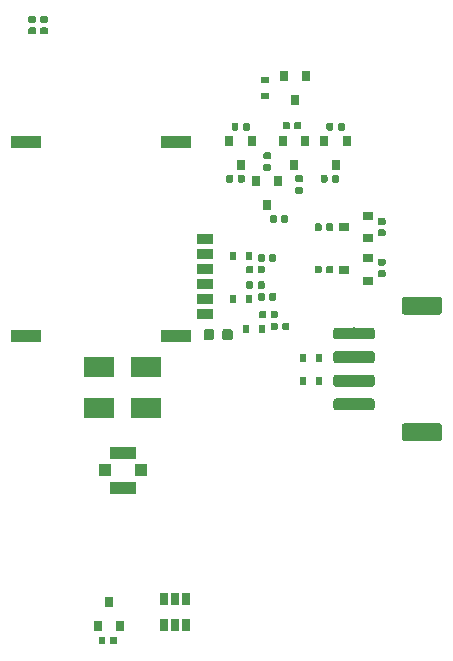
<source format=gbp>
G04 #@! TF.GenerationSoftware,KiCad,Pcbnew,(5.1.4-dirty)*
G04 #@! TF.CreationDate,2020-05-21T00:04:07+08:00*
G04 #@! TF.ProjectId,cicada-4g,63696361-6461-42d3-9467-2e6b69636164,0.1*
G04 #@! TF.SameCoordinates,PX7cee6c0PY3dfd240*
G04 #@! TF.FileFunction,Paste,Bot*
G04 #@! TF.FilePolarity,Positive*
%FSLAX46Y46*%
G04 Gerber Fmt 4.6, Leading zero omitted, Abs format (unit mm)*
G04 Created by KiCad (PCBNEW (5.1.4-dirty)) date 2020-05-21 00:04:07*
%MOMM*%
%LPD*%
G04 APERTURE LIST*
%ADD10R,1.000000X1.000000*%
%ADD11R,2.200000X1.050000*%
%ADD12R,2.500000X1.800000*%
%ADD13R,1.350000X0.900000*%
%ADD14R,2.600000X1.100000*%
%ADD15C,0.150000*%
%ADD16C,1.500000*%
%ADD17C,1.000000*%
%ADD18C,0.590000*%
%ADD19R,0.650000X1.060000*%
%ADD20R,0.800000X0.900000*%
%ADD21R,0.900000X0.800000*%
%ADD22R,0.600000X0.700000*%
%ADD23R,0.700000X0.600000*%
%ADD24C,0.875000*%
G04 APERTURE END LIST*
D10*
X9500000Y-42600000D03*
X12500000Y-42600000D03*
D11*
X11000000Y-41125000D03*
X11000000Y-44075000D03*
D12*
X8950000Y-37350000D03*
X12950000Y-37350000D03*
X8950000Y-33800000D03*
X12950000Y-33800000D03*
D13*
X17900000Y-29350000D03*
X17900000Y-28080000D03*
X17900000Y-26810000D03*
X17900000Y-25540000D03*
X17900000Y-24270000D03*
X17900000Y-23000000D03*
D14*
X15475000Y-14750000D03*
X2795000Y-14750000D03*
X2795000Y-31200000D03*
X15475000Y-31200000D03*
D15*
G36*
X37774504Y-38601204D02*
G01*
X37798773Y-38604804D01*
X37822571Y-38610765D01*
X37845671Y-38619030D01*
X37867849Y-38629520D01*
X37888893Y-38642133D01*
X37908598Y-38656747D01*
X37926777Y-38673223D01*
X37943253Y-38691402D01*
X37957867Y-38711107D01*
X37970480Y-38732151D01*
X37980970Y-38754329D01*
X37989235Y-38777429D01*
X37995196Y-38801227D01*
X37998796Y-38825496D01*
X38000000Y-38850000D01*
X38000000Y-39850000D01*
X37998796Y-39874504D01*
X37995196Y-39898773D01*
X37989235Y-39922571D01*
X37980970Y-39945671D01*
X37970480Y-39967849D01*
X37957867Y-39988893D01*
X37943253Y-40008598D01*
X37926777Y-40026777D01*
X37908598Y-40043253D01*
X37888893Y-40057867D01*
X37867849Y-40070480D01*
X37845671Y-40080970D01*
X37822571Y-40089235D01*
X37798773Y-40095196D01*
X37774504Y-40098796D01*
X37750000Y-40100000D01*
X34850000Y-40100000D01*
X34825496Y-40098796D01*
X34801227Y-40095196D01*
X34777429Y-40089235D01*
X34754329Y-40080970D01*
X34732151Y-40070480D01*
X34711107Y-40057867D01*
X34691402Y-40043253D01*
X34673223Y-40026777D01*
X34656747Y-40008598D01*
X34642133Y-39988893D01*
X34629520Y-39967849D01*
X34619030Y-39945671D01*
X34610765Y-39922571D01*
X34604804Y-39898773D01*
X34601204Y-39874504D01*
X34600000Y-39850000D01*
X34600000Y-38850000D01*
X34601204Y-38825496D01*
X34604804Y-38801227D01*
X34610765Y-38777429D01*
X34619030Y-38754329D01*
X34629520Y-38732151D01*
X34642133Y-38711107D01*
X34656747Y-38691402D01*
X34673223Y-38673223D01*
X34691402Y-38656747D01*
X34711107Y-38642133D01*
X34732151Y-38629520D01*
X34754329Y-38619030D01*
X34777429Y-38610765D01*
X34801227Y-38604804D01*
X34825496Y-38601204D01*
X34850000Y-38600000D01*
X37750000Y-38600000D01*
X37774504Y-38601204D01*
X37774504Y-38601204D01*
G37*
D16*
X36300000Y-39350000D03*
D15*
G36*
X37774504Y-27901204D02*
G01*
X37798773Y-27904804D01*
X37822571Y-27910765D01*
X37845671Y-27919030D01*
X37867849Y-27929520D01*
X37888893Y-27942133D01*
X37908598Y-27956747D01*
X37926777Y-27973223D01*
X37943253Y-27991402D01*
X37957867Y-28011107D01*
X37970480Y-28032151D01*
X37980970Y-28054329D01*
X37989235Y-28077429D01*
X37995196Y-28101227D01*
X37998796Y-28125496D01*
X38000000Y-28150000D01*
X38000000Y-29150000D01*
X37998796Y-29174504D01*
X37995196Y-29198773D01*
X37989235Y-29222571D01*
X37980970Y-29245671D01*
X37970480Y-29267849D01*
X37957867Y-29288893D01*
X37943253Y-29308598D01*
X37926777Y-29326777D01*
X37908598Y-29343253D01*
X37888893Y-29357867D01*
X37867849Y-29370480D01*
X37845671Y-29380970D01*
X37822571Y-29389235D01*
X37798773Y-29395196D01*
X37774504Y-29398796D01*
X37750000Y-29400000D01*
X34850000Y-29400000D01*
X34825496Y-29398796D01*
X34801227Y-29395196D01*
X34777429Y-29389235D01*
X34754329Y-29380970D01*
X34732151Y-29370480D01*
X34711107Y-29357867D01*
X34691402Y-29343253D01*
X34673223Y-29326777D01*
X34656747Y-29308598D01*
X34642133Y-29288893D01*
X34629520Y-29267849D01*
X34619030Y-29245671D01*
X34610765Y-29222571D01*
X34604804Y-29198773D01*
X34601204Y-29174504D01*
X34600000Y-29150000D01*
X34600000Y-28150000D01*
X34601204Y-28125496D01*
X34604804Y-28101227D01*
X34610765Y-28077429D01*
X34619030Y-28054329D01*
X34629520Y-28032151D01*
X34642133Y-28011107D01*
X34656747Y-27991402D01*
X34673223Y-27973223D01*
X34691402Y-27956747D01*
X34711107Y-27942133D01*
X34732151Y-27929520D01*
X34754329Y-27919030D01*
X34777429Y-27910765D01*
X34801227Y-27904804D01*
X34825496Y-27901204D01*
X34850000Y-27900000D01*
X37750000Y-27900000D01*
X37774504Y-27901204D01*
X37774504Y-27901204D01*
G37*
D16*
X36300000Y-28650000D03*
D15*
G36*
X32074504Y-36501204D02*
G01*
X32098773Y-36504804D01*
X32122571Y-36510765D01*
X32145671Y-36519030D01*
X32167849Y-36529520D01*
X32188893Y-36542133D01*
X32208598Y-36556747D01*
X32226777Y-36573223D01*
X32243253Y-36591402D01*
X32257867Y-36611107D01*
X32270480Y-36632151D01*
X32280970Y-36654329D01*
X32289235Y-36677429D01*
X32295196Y-36701227D01*
X32298796Y-36725496D01*
X32300000Y-36750000D01*
X32300000Y-37250000D01*
X32298796Y-37274504D01*
X32295196Y-37298773D01*
X32289235Y-37322571D01*
X32280970Y-37345671D01*
X32270480Y-37367849D01*
X32257867Y-37388893D01*
X32243253Y-37408598D01*
X32226777Y-37426777D01*
X32208598Y-37443253D01*
X32188893Y-37457867D01*
X32167849Y-37470480D01*
X32145671Y-37480970D01*
X32122571Y-37489235D01*
X32098773Y-37495196D01*
X32074504Y-37498796D01*
X32050000Y-37500000D01*
X29050000Y-37500000D01*
X29025496Y-37498796D01*
X29001227Y-37495196D01*
X28977429Y-37489235D01*
X28954329Y-37480970D01*
X28932151Y-37470480D01*
X28911107Y-37457867D01*
X28891402Y-37443253D01*
X28873223Y-37426777D01*
X28856747Y-37408598D01*
X28842133Y-37388893D01*
X28829520Y-37367849D01*
X28819030Y-37345671D01*
X28810765Y-37322571D01*
X28804804Y-37298773D01*
X28801204Y-37274504D01*
X28800000Y-37250000D01*
X28800000Y-36750000D01*
X28801204Y-36725496D01*
X28804804Y-36701227D01*
X28810765Y-36677429D01*
X28819030Y-36654329D01*
X28829520Y-36632151D01*
X28842133Y-36611107D01*
X28856747Y-36591402D01*
X28873223Y-36573223D01*
X28891402Y-36556747D01*
X28911107Y-36542133D01*
X28932151Y-36529520D01*
X28954329Y-36519030D01*
X28977429Y-36510765D01*
X29001227Y-36504804D01*
X29025496Y-36501204D01*
X29050000Y-36500000D01*
X32050000Y-36500000D01*
X32074504Y-36501204D01*
X32074504Y-36501204D01*
G37*
D17*
X30550000Y-37000000D03*
D15*
G36*
X32074504Y-34501204D02*
G01*
X32098773Y-34504804D01*
X32122571Y-34510765D01*
X32145671Y-34519030D01*
X32167849Y-34529520D01*
X32188893Y-34542133D01*
X32208598Y-34556747D01*
X32226777Y-34573223D01*
X32243253Y-34591402D01*
X32257867Y-34611107D01*
X32270480Y-34632151D01*
X32280970Y-34654329D01*
X32289235Y-34677429D01*
X32295196Y-34701227D01*
X32298796Y-34725496D01*
X32300000Y-34750000D01*
X32300000Y-35250000D01*
X32298796Y-35274504D01*
X32295196Y-35298773D01*
X32289235Y-35322571D01*
X32280970Y-35345671D01*
X32270480Y-35367849D01*
X32257867Y-35388893D01*
X32243253Y-35408598D01*
X32226777Y-35426777D01*
X32208598Y-35443253D01*
X32188893Y-35457867D01*
X32167849Y-35470480D01*
X32145671Y-35480970D01*
X32122571Y-35489235D01*
X32098773Y-35495196D01*
X32074504Y-35498796D01*
X32050000Y-35500000D01*
X29050000Y-35500000D01*
X29025496Y-35498796D01*
X29001227Y-35495196D01*
X28977429Y-35489235D01*
X28954329Y-35480970D01*
X28932151Y-35470480D01*
X28911107Y-35457867D01*
X28891402Y-35443253D01*
X28873223Y-35426777D01*
X28856747Y-35408598D01*
X28842133Y-35388893D01*
X28829520Y-35367849D01*
X28819030Y-35345671D01*
X28810765Y-35322571D01*
X28804804Y-35298773D01*
X28801204Y-35274504D01*
X28800000Y-35250000D01*
X28800000Y-34750000D01*
X28801204Y-34725496D01*
X28804804Y-34701227D01*
X28810765Y-34677429D01*
X28819030Y-34654329D01*
X28829520Y-34632151D01*
X28842133Y-34611107D01*
X28856747Y-34591402D01*
X28873223Y-34573223D01*
X28891402Y-34556747D01*
X28911107Y-34542133D01*
X28932151Y-34529520D01*
X28954329Y-34519030D01*
X28977429Y-34510765D01*
X29001227Y-34504804D01*
X29025496Y-34501204D01*
X29050000Y-34500000D01*
X32050000Y-34500000D01*
X32074504Y-34501204D01*
X32074504Y-34501204D01*
G37*
D17*
X30550000Y-35000000D03*
D15*
G36*
X32074504Y-32501204D02*
G01*
X32098773Y-32504804D01*
X32122571Y-32510765D01*
X32145671Y-32519030D01*
X32167849Y-32529520D01*
X32188893Y-32542133D01*
X32208598Y-32556747D01*
X32226777Y-32573223D01*
X32243253Y-32591402D01*
X32257867Y-32611107D01*
X32270480Y-32632151D01*
X32280970Y-32654329D01*
X32289235Y-32677429D01*
X32295196Y-32701227D01*
X32298796Y-32725496D01*
X32300000Y-32750000D01*
X32300000Y-33250000D01*
X32298796Y-33274504D01*
X32295196Y-33298773D01*
X32289235Y-33322571D01*
X32280970Y-33345671D01*
X32270480Y-33367849D01*
X32257867Y-33388893D01*
X32243253Y-33408598D01*
X32226777Y-33426777D01*
X32208598Y-33443253D01*
X32188893Y-33457867D01*
X32167849Y-33470480D01*
X32145671Y-33480970D01*
X32122571Y-33489235D01*
X32098773Y-33495196D01*
X32074504Y-33498796D01*
X32050000Y-33500000D01*
X29050000Y-33500000D01*
X29025496Y-33498796D01*
X29001227Y-33495196D01*
X28977429Y-33489235D01*
X28954329Y-33480970D01*
X28932151Y-33470480D01*
X28911107Y-33457867D01*
X28891402Y-33443253D01*
X28873223Y-33426777D01*
X28856747Y-33408598D01*
X28842133Y-33388893D01*
X28829520Y-33367849D01*
X28819030Y-33345671D01*
X28810765Y-33322571D01*
X28804804Y-33298773D01*
X28801204Y-33274504D01*
X28800000Y-33250000D01*
X28800000Y-32750000D01*
X28801204Y-32725496D01*
X28804804Y-32701227D01*
X28810765Y-32677429D01*
X28819030Y-32654329D01*
X28829520Y-32632151D01*
X28842133Y-32611107D01*
X28856747Y-32591402D01*
X28873223Y-32573223D01*
X28891402Y-32556747D01*
X28911107Y-32542133D01*
X28932151Y-32529520D01*
X28954329Y-32519030D01*
X28977429Y-32510765D01*
X29001227Y-32504804D01*
X29025496Y-32501204D01*
X29050000Y-32500000D01*
X32050000Y-32500000D01*
X32074504Y-32501204D01*
X32074504Y-32501204D01*
G37*
D17*
X30550000Y-33000000D03*
D15*
G36*
X32074504Y-30501204D02*
G01*
X32098773Y-30504804D01*
X32122571Y-30510765D01*
X32145671Y-30519030D01*
X32167849Y-30529520D01*
X32188893Y-30542133D01*
X32208598Y-30556747D01*
X32226777Y-30573223D01*
X32243253Y-30591402D01*
X32257867Y-30611107D01*
X32270480Y-30632151D01*
X32280970Y-30654329D01*
X32289235Y-30677429D01*
X32295196Y-30701227D01*
X32298796Y-30725496D01*
X32300000Y-30750000D01*
X32300000Y-31250000D01*
X32298796Y-31274504D01*
X32295196Y-31298773D01*
X32289235Y-31322571D01*
X32280970Y-31345671D01*
X32270480Y-31367849D01*
X32257867Y-31388893D01*
X32243253Y-31408598D01*
X32226777Y-31426777D01*
X32208598Y-31443253D01*
X32188893Y-31457867D01*
X32167849Y-31470480D01*
X32145671Y-31480970D01*
X32122571Y-31489235D01*
X32098773Y-31495196D01*
X32074504Y-31498796D01*
X32050000Y-31500000D01*
X29050000Y-31500000D01*
X29025496Y-31498796D01*
X29001227Y-31495196D01*
X28977429Y-31489235D01*
X28954329Y-31480970D01*
X28932151Y-31470480D01*
X28911107Y-31457867D01*
X28891402Y-31443253D01*
X28873223Y-31426777D01*
X28856747Y-31408598D01*
X28842133Y-31388893D01*
X28829520Y-31367849D01*
X28819030Y-31345671D01*
X28810765Y-31322571D01*
X28804804Y-31298773D01*
X28801204Y-31274504D01*
X28800000Y-31250000D01*
X28800000Y-30750000D01*
X28801204Y-30725496D01*
X28804804Y-30701227D01*
X28810765Y-30677429D01*
X28819030Y-30654329D01*
X28829520Y-30632151D01*
X28842133Y-30611107D01*
X28856747Y-30591402D01*
X28873223Y-30573223D01*
X28891402Y-30556747D01*
X28911107Y-30542133D01*
X28932151Y-30529520D01*
X28954329Y-30519030D01*
X28977429Y-30510765D01*
X29001227Y-30504804D01*
X29025496Y-30501204D01*
X29050000Y-30500000D01*
X32050000Y-30500000D01*
X32074504Y-30501204D01*
X32074504Y-30501204D01*
G37*
D17*
X30550000Y-31000000D03*
D15*
G36*
X21161958Y-17580710D02*
G01*
X21176276Y-17582834D01*
X21190317Y-17586351D01*
X21203946Y-17591228D01*
X21217031Y-17597417D01*
X21229447Y-17604858D01*
X21241073Y-17613481D01*
X21251798Y-17623202D01*
X21261519Y-17633927D01*
X21270142Y-17645553D01*
X21277583Y-17657969D01*
X21283772Y-17671054D01*
X21288649Y-17684683D01*
X21292166Y-17698724D01*
X21294290Y-17713042D01*
X21295000Y-17727500D01*
X21295000Y-18072500D01*
X21294290Y-18086958D01*
X21292166Y-18101276D01*
X21288649Y-18115317D01*
X21283772Y-18128946D01*
X21277583Y-18142031D01*
X21270142Y-18154447D01*
X21261519Y-18166073D01*
X21251798Y-18176798D01*
X21241073Y-18186519D01*
X21229447Y-18195142D01*
X21217031Y-18202583D01*
X21203946Y-18208772D01*
X21190317Y-18213649D01*
X21176276Y-18217166D01*
X21161958Y-18219290D01*
X21147500Y-18220000D01*
X20852500Y-18220000D01*
X20838042Y-18219290D01*
X20823724Y-18217166D01*
X20809683Y-18213649D01*
X20796054Y-18208772D01*
X20782969Y-18202583D01*
X20770553Y-18195142D01*
X20758927Y-18186519D01*
X20748202Y-18176798D01*
X20738481Y-18166073D01*
X20729858Y-18154447D01*
X20722417Y-18142031D01*
X20716228Y-18128946D01*
X20711351Y-18115317D01*
X20707834Y-18101276D01*
X20705710Y-18086958D01*
X20705000Y-18072500D01*
X20705000Y-17727500D01*
X20705710Y-17713042D01*
X20707834Y-17698724D01*
X20711351Y-17684683D01*
X20716228Y-17671054D01*
X20722417Y-17657969D01*
X20729858Y-17645553D01*
X20738481Y-17633927D01*
X20748202Y-17623202D01*
X20758927Y-17613481D01*
X20770553Y-17604858D01*
X20782969Y-17597417D01*
X20796054Y-17591228D01*
X20809683Y-17586351D01*
X20823724Y-17582834D01*
X20838042Y-17580710D01*
X20852500Y-17580000D01*
X21147500Y-17580000D01*
X21161958Y-17580710D01*
X21161958Y-17580710D01*
G37*
D18*
X21000000Y-17900000D03*
D15*
G36*
X20191958Y-17580710D02*
G01*
X20206276Y-17582834D01*
X20220317Y-17586351D01*
X20233946Y-17591228D01*
X20247031Y-17597417D01*
X20259447Y-17604858D01*
X20271073Y-17613481D01*
X20281798Y-17623202D01*
X20291519Y-17633927D01*
X20300142Y-17645553D01*
X20307583Y-17657969D01*
X20313772Y-17671054D01*
X20318649Y-17684683D01*
X20322166Y-17698724D01*
X20324290Y-17713042D01*
X20325000Y-17727500D01*
X20325000Y-18072500D01*
X20324290Y-18086958D01*
X20322166Y-18101276D01*
X20318649Y-18115317D01*
X20313772Y-18128946D01*
X20307583Y-18142031D01*
X20300142Y-18154447D01*
X20291519Y-18166073D01*
X20281798Y-18176798D01*
X20271073Y-18186519D01*
X20259447Y-18195142D01*
X20247031Y-18202583D01*
X20233946Y-18208772D01*
X20220317Y-18213649D01*
X20206276Y-18217166D01*
X20191958Y-18219290D01*
X20177500Y-18220000D01*
X19882500Y-18220000D01*
X19868042Y-18219290D01*
X19853724Y-18217166D01*
X19839683Y-18213649D01*
X19826054Y-18208772D01*
X19812969Y-18202583D01*
X19800553Y-18195142D01*
X19788927Y-18186519D01*
X19778202Y-18176798D01*
X19768481Y-18166073D01*
X19759858Y-18154447D01*
X19752417Y-18142031D01*
X19746228Y-18128946D01*
X19741351Y-18115317D01*
X19737834Y-18101276D01*
X19735710Y-18086958D01*
X19735000Y-18072500D01*
X19735000Y-17727500D01*
X19735710Y-17713042D01*
X19737834Y-17698724D01*
X19741351Y-17684683D01*
X19746228Y-17671054D01*
X19752417Y-17657969D01*
X19759858Y-17645553D01*
X19768481Y-17633927D01*
X19778202Y-17623202D01*
X19788927Y-17613481D01*
X19800553Y-17604858D01*
X19812969Y-17597417D01*
X19826054Y-17591228D01*
X19839683Y-17586351D01*
X19853724Y-17582834D01*
X19868042Y-17580710D01*
X19882500Y-17580000D01*
X20177500Y-17580000D01*
X20191958Y-17580710D01*
X20191958Y-17580710D01*
G37*
D18*
X20030000Y-17900000D03*
D15*
G36*
X21607619Y-13180710D02*
G01*
X21621937Y-13182834D01*
X21635978Y-13186351D01*
X21649607Y-13191228D01*
X21662692Y-13197417D01*
X21675108Y-13204858D01*
X21686734Y-13213481D01*
X21697459Y-13223202D01*
X21707180Y-13233927D01*
X21715803Y-13245553D01*
X21723244Y-13257969D01*
X21729433Y-13271054D01*
X21734310Y-13284683D01*
X21737827Y-13298724D01*
X21739951Y-13313042D01*
X21740661Y-13327500D01*
X21740661Y-13672500D01*
X21739951Y-13686958D01*
X21737827Y-13701276D01*
X21734310Y-13715317D01*
X21729433Y-13728946D01*
X21723244Y-13742031D01*
X21715803Y-13754447D01*
X21707180Y-13766073D01*
X21697459Y-13776798D01*
X21686734Y-13786519D01*
X21675108Y-13795142D01*
X21662692Y-13802583D01*
X21649607Y-13808772D01*
X21635978Y-13813649D01*
X21621937Y-13817166D01*
X21607619Y-13819290D01*
X21593161Y-13820000D01*
X21298161Y-13820000D01*
X21283703Y-13819290D01*
X21269385Y-13817166D01*
X21255344Y-13813649D01*
X21241715Y-13808772D01*
X21228630Y-13802583D01*
X21216214Y-13795142D01*
X21204588Y-13786519D01*
X21193863Y-13776798D01*
X21184142Y-13766073D01*
X21175519Y-13754447D01*
X21168078Y-13742031D01*
X21161889Y-13728946D01*
X21157012Y-13715317D01*
X21153495Y-13701276D01*
X21151371Y-13686958D01*
X21150661Y-13672500D01*
X21150661Y-13327500D01*
X21151371Y-13313042D01*
X21153495Y-13298724D01*
X21157012Y-13284683D01*
X21161889Y-13271054D01*
X21168078Y-13257969D01*
X21175519Y-13245553D01*
X21184142Y-13233927D01*
X21193863Y-13223202D01*
X21204588Y-13213481D01*
X21216214Y-13204858D01*
X21228630Y-13197417D01*
X21241715Y-13191228D01*
X21255344Y-13186351D01*
X21269385Y-13182834D01*
X21283703Y-13180710D01*
X21298161Y-13180000D01*
X21593161Y-13180000D01*
X21607619Y-13180710D01*
X21607619Y-13180710D01*
G37*
D18*
X21445661Y-13500000D03*
D15*
G36*
X20637619Y-13180710D02*
G01*
X20651937Y-13182834D01*
X20665978Y-13186351D01*
X20679607Y-13191228D01*
X20692692Y-13197417D01*
X20705108Y-13204858D01*
X20716734Y-13213481D01*
X20727459Y-13223202D01*
X20737180Y-13233927D01*
X20745803Y-13245553D01*
X20753244Y-13257969D01*
X20759433Y-13271054D01*
X20764310Y-13284683D01*
X20767827Y-13298724D01*
X20769951Y-13313042D01*
X20770661Y-13327500D01*
X20770661Y-13672500D01*
X20769951Y-13686958D01*
X20767827Y-13701276D01*
X20764310Y-13715317D01*
X20759433Y-13728946D01*
X20753244Y-13742031D01*
X20745803Y-13754447D01*
X20737180Y-13766073D01*
X20727459Y-13776798D01*
X20716734Y-13786519D01*
X20705108Y-13795142D01*
X20692692Y-13802583D01*
X20679607Y-13808772D01*
X20665978Y-13813649D01*
X20651937Y-13817166D01*
X20637619Y-13819290D01*
X20623161Y-13820000D01*
X20328161Y-13820000D01*
X20313703Y-13819290D01*
X20299385Y-13817166D01*
X20285344Y-13813649D01*
X20271715Y-13808772D01*
X20258630Y-13802583D01*
X20246214Y-13795142D01*
X20234588Y-13786519D01*
X20223863Y-13776798D01*
X20214142Y-13766073D01*
X20205519Y-13754447D01*
X20198078Y-13742031D01*
X20191889Y-13728946D01*
X20187012Y-13715317D01*
X20183495Y-13701276D01*
X20181371Y-13686958D01*
X20180661Y-13672500D01*
X20180661Y-13327500D01*
X20181371Y-13313042D01*
X20183495Y-13298724D01*
X20187012Y-13284683D01*
X20191889Y-13271054D01*
X20198078Y-13257969D01*
X20205519Y-13245553D01*
X20214142Y-13233927D01*
X20223863Y-13223202D01*
X20234588Y-13213481D01*
X20246214Y-13204858D01*
X20258630Y-13197417D01*
X20271715Y-13191228D01*
X20285344Y-13186351D01*
X20299385Y-13182834D01*
X20313703Y-13180710D01*
X20328161Y-13180000D01*
X20623161Y-13180000D01*
X20637619Y-13180710D01*
X20637619Y-13180710D01*
G37*
D18*
X20475661Y-13500000D03*
D15*
G36*
X29146958Y-17580710D02*
G01*
X29161276Y-17582834D01*
X29175317Y-17586351D01*
X29188946Y-17591228D01*
X29202031Y-17597417D01*
X29214447Y-17604858D01*
X29226073Y-17613481D01*
X29236798Y-17623202D01*
X29246519Y-17633927D01*
X29255142Y-17645553D01*
X29262583Y-17657969D01*
X29268772Y-17671054D01*
X29273649Y-17684683D01*
X29277166Y-17698724D01*
X29279290Y-17713042D01*
X29280000Y-17727500D01*
X29280000Y-18072500D01*
X29279290Y-18086958D01*
X29277166Y-18101276D01*
X29273649Y-18115317D01*
X29268772Y-18128946D01*
X29262583Y-18142031D01*
X29255142Y-18154447D01*
X29246519Y-18166073D01*
X29236798Y-18176798D01*
X29226073Y-18186519D01*
X29214447Y-18195142D01*
X29202031Y-18202583D01*
X29188946Y-18208772D01*
X29175317Y-18213649D01*
X29161276Y-18217166D01*
X29146958Y-18219290D01*
X29132500Y-18220000D01*
X28837500Y-18220000D01*
X28823042Y-18219290D01*
X28808724Y-18217166D01*
X28794683Y-18213649D01*
X28781054Y-18208772D01*
X28767969Y-18202583D01*
X28755553Y-18195142D01*
X28743927Y-18186519D01*
X28733202Y-18176798D01*
X28723481Y-18166073D01*
X28714858Y-18154447D01*
X28707417Y-18142031D01*
X28701228Y-18128946D01*
X28696351Y-18115317D01*
X28692834Y-18101276D01*
X28690710Y-18086958D01*
X28690000Y-18072500D01*
X28690000Y-17727500D01*
X28690710Y-17713042D01*
X28692834Y-17698724D01*
X28696351Y-17684683D01*
X28701228Y-17671054D01*
X28707417Y-17657969D01*
X28714858Y-17645553D01*
X28723481Y-17633927D01*
X28733202Y-17623202D01*
X28743927Y-17613481D01*
X28755553Y-17604858D01*
X28767969Y-17597417D01*
X28781054Y-17591228D01*
X28794683Y-17586351D01*
X28808724Y-17582834D01*
X28823042Y-17580710D01*
X28837500Y-17580000D01*
X29132500Y-17580000D01*
X29146958Y-17580710D01*
X29146958Y-17580710D01*
G37*
D18*
X28985000Y-17900000D03*
D15*
G36*
X28176958Y-17580710D02*
G01*
X28191276Y-17582834D01*
X28205317Y-17586351D01*
X28218946Y-17591228D01*
X28232031Y-17597417D01*
X28244447Y-17604858D01*
X28256073Y-17613481D01*
X28266798Y-17623202D01*
X28276519Y-17633927D01*
X28285142Y-17645553D01*
X28292583Y-17657969D01*
X28298772Y-17671054D01*
X28303649Y-17684683D01*
X28307166Y-17698724D01*
X28309290Y-17713042D01*
X28310000Y-17727500D01*
X28310000Y-18072500D01*
X28309290Y-18086958D01*
X28307166Y-18101276D01*
X28303649Y-18115317D01*
X28298772Y-18128946D01*
X28292583Y-18142031D01*
X28285142Y-18154447D01*
X28276519Y-18166073D01*
X28266798Y-18176798D01*
X28256073Y-18186519D01*
X28244447Y-18195142D01*
X28232031Y-18202583D01*
X28218946Y-18208772D01*
X28205317Y-18213649D01*
X28191276Y-18217166D01*
X28176958Y-18219290D01*
X28162500Y-18220000D01*
X27867500Y-18220000D01*
X27853042Y-18219290D01*
X27838724Y-18217166D01*
X27824683Y-18213649D01*
X27811054Y-18208772D01*
X27797969Y-18202583D01*
X27785553Y-18195142D01*
X27773927Y-18186519D01*
X27763202Y-18176798D01*
X27753481Y-18166073D01*
X27744858Y-18154447D01*
X27737417Y-18142031D01*
X27731228Y-18128946D01*
X27726351Y-18115317D01*
X27722834Y-18101276D01*
X27720710Y-18086958D01*
X27720000Y-18072500D01*
X27720000Y-17727500D01*
X27720710Y-17713042D01*
X27722834Y-17698724D01*
X27726351Y-17684683D01*
X27731228Y-17671054D01*
X27737417Y-17657969D01*
X27744858Y-17645553D01*
X27753481Y-17633927D01*
X27763202Y-17623202D01*
X27773927Y-17613481D01*
X27785553Y-17604858D01*
X27797969Y-17597417D01*
X27811054Y-17591228D01*
X27824683Y-17586351D01*
X27838724Y-17582834D01*
X27853042Y-17580710D01*
X27867500Y-17580000D01*
X28162500Y-17580000D01*
X28176958Y-17580710D01*
X28176958Y-17580710D01*
G37*
D18*
X28015000Y-17900000D03*
D15*
G36*
X29646958Y-13180710D02*
G01*
X29661276Y-13182834D01*
X29675317Y-13186351D01*
X29688946Y-13191228D01*
X29702031Y-13197417D01*
X29714447Y-13204858D01*
X29726073Y-13213481D01*
X29736798Y-13223202D01*
X29746519Y-13233927D01*
X29755142Y-13245553D01*
X29762583Y-13257969D01*
X29768772Y-13271054D01*
X29773649Y-13284683D01*
X29777166Y-13298724D01*
X29779290Y-13313042D01*
X29780000Y-13327500D01*
X29780000Y-13672500D01*
X29779290Y-13686958D01*
X29777166Y-13701276D01*
X29773649Y-13715317D01*
X29768772Y-13728946D01*
X29762583Y-13742031D01*
X29755142Y-13754447D01*
X29746519Y-13766073D01*
X29736798Y-13776798D01*
X29726073Y-13786519D01*
X29714447Y-13795142D01*
X29702031Y-13802583D01*
X29688946Y-13808772D01*
X29675317Y-13813649D01*
X29661276Y-13817166D01*
X29646958Y-13819290D01*
X29632500Y-13820000D01*
X29337500Y-13820000D01*
X29323042Y-13819290D01*
X29308724Y-13817166D01*
X29294683Y-13813649D01*
X29281054Y-13808772D01*
X29267969Y-13802583D01*
X29255553Y-13795142D01*
X29243927Y-13786519D01*
X29233202Y-13776798D01*
X29223481Y-13766073D01*
X29214858Y-13754447D01*
X29207417Y-13742031D01*
X29201228Y-13728946D01*
X29196351Y-13715317D01*
X29192834Y-13701276D01*
X29190710Y-13686958D01*
X29190000Y-13672500D01*
X29190000Y-13327500D01*
X29190710Y-13313042D01*
X29192834Y-13298724D01*
X29196351Y-13284683D01*
X29201228Y-13271054D01*
X29207417Y-13257969D01*
X29214858Y-13245553D01*
X29223481Y-13233927D01*
X29233202Y-13223202D01*
X29243927Y-13213481D01*
X29255553Y-13204858D01*
X29267969Y-13197417D01*
X29281054Y-13191228D01*
X29294683Y-13186351D01*
X29308724Y-13182834D01*
X29323042Y-13180710D01*
X29337500Y-13180000D01*
X29632500Y-13180000D01*
X29646958Y-13180710D01*
X29646958Y-13180710D01*
G37*
D18*
X29485000Y-13500000D03*
D15*
G36*
X28676958Y-13180710D02*
G01*
X28691276Y-13182834D01*
X28705317Y-13186351D01*
X28718946Y-13191228D01*
X28732031Y-13197417D01*
X28744447Y-13204858D01*
X28756073Y-13213481D01*
X28766798Y-13223202D01*
X28776519Y-13233927D01*
X28785142Y-13245553D01*
X28792583Y-13257969D01*
X28798772Y-13271054D01*
X28803649Y-13284683D01*
X28807166Y-13298724D01*
X28809290Y-13313042D01*
X28810000Y-13327500D01*
X28810000Y-13672500D01*
X28809290Y-13686958D01*
X28807166Y-13701276D01*
X28803649Y-13715317D01*
X28798772Y-13728946D01*
X28792583Y-13742031D01*
X28785142Y-13754447D01*
X28776519Y-13766073D01*
X28766798Y-13776798D01*
X28756073Y-13786519D01*
X28744447Y-13795142D01*
X28732031Y-13802583D01*
X28718946Y-13808772D01*
X28705317Y-13813649D01*
X28691276Y-13817166D01*
X28676958Y-13819290D01*
X28662500Y-13820000D01*
X28367500Y-13820000D01*
X28353042Y-13819290D01*
X28338724Y-13817166D01*
X28324683Y-13813649D01*
X28311054Y-13808772D01*
X28297969Y-13802583D01*
X28285553Y-13795142D01*
X28273927Y-13786519D01*
X28263202Y-13776798D01*
X28253481Y-13766073D01*
X28244858Y-13754447D01*
X28237417Y-13742031D01*
X28231228Y-13728946D01*
X28226351Y-13715317D01*
X28222834Y-13701276D01*
X28220710Y-13686958D01*
X28220000Y-13672500D01*
X28220000Y-13327500D01*
X28220710Y-13313042D01*
X28222834Y-13298724D01*
X28226351Y-13284683D01*
X28231228Y-13271054D01*
X28237417Y-13257969D01*
X28244858Y-13245553D01*
X28253481Y-13233927D01*
X28263202Y-13223202D01*
X28273927Y-13213481D01*
X28285553Y-13204858D01*
X28297969Y-13197417D01*
X28311054Y-13191228D01*
X28324683Y-13186351D01*
X28338724Y-13182834D01*
X28353042Y-13180710D01*
X28367500Y-13180000D01*
X28662500Y-13180000D01*
X28676958Y-13180710D01*
X28676958Y-13180710D01*
G37*
D18*
X28515000Y-13500000D03*
D15*
G36*
X23876958Y-20980710D02*
G01*
X23891276Y-20982834D01*
X23905317Y-20986351D01*
X23918946Y-20991228D01*
X23932031Y-20997417D01*
X23944447Y-21004858D01*
X23956073Y-21013481D01*
X23966798Y-21023202D01*
X23976519Y-21033927D01*
X23985142Y-21045553D01*
X23992583Y-21057969D01*
X23998772Y-21071054D01*
X24003649Y-21084683D01*
X24007166Y-21098724D01*
X24009290Y-21113042D01*
X24010000Y-21127500D01*
X24010000Y-21472500D01*
X24009290Y-21486958D01*
X24007166Y-21501276D01*
X24003649Y-21515317D01*
X23998772Y-21528946D01*
X23992583Y-21542031D01*
X23985142Y-21554447D01*
X23976519Y-21566073D01*
X23966798Y-21576798D01*
X23956073Y-21586519D01*
X23944447Y-21595142D01*
X23932031Y-21602583D01*
X23918946Y-21608772D01*
X23905317Y-21613649D01*
X23891276Y-21617166D01*
X23876958Y-21619290D01*
X23862500Y-21620000D01*
X23567500Y-21620000D01*
X23553042Y-21619290D01*
X23538724Y-21617166D01*
X23524683Y-21613649D01*
X23511054Y-21608772D01*
X23497969Y-21602583D01*
X23485553Y-21595142D01*
X23473927Y-21586519D01*
X23463202Y-21576798D01*
X23453481Y-21566073D01*
X23444858Y-21554447D01*
X23437417Y-21542031D01*
X23431228Y-21528946D01*
X23426351Y-21515317D01*
X23422834Y-21501276D01*
X23420710Y-21486958D01*
X23420000Y-21472500D01*
X23420000Y-21127500D01*
X23420710Y-21113042D01*
X23422834Y-21098724D01*
X23426351Y-21084683D01*
X23431228Y-21071054D01*
X23437417Y-21057969D01*
X23444858Y-21045553D01*
X23453481Y-21033927D01*
X23463202Y-21023202D01*
X23473927Y-21013481D01*
X23485553Y-21004858D01*
X23497969Y-20997417D01*
X23511054Y-20991228D01*
X23524683Y-20986351D01*
X23538724Y-20982834D01*
X23553042Y-20980710D01*
X23567500Y-20980000D01*
X23862500Y-20980000D01*
X23876958Y-20980710D01*
X23876958Y-20980710D01*
G37*
D18*
X23715000Y-21300000D03*
D15*
G36*
X24846958Y-20980710D02*
G01*
X24861276Y-20982834D01*
X24875317Y-20986351D01*
X24888946Y-20991228D01*
X24902031Y-20997417D01*
X24914447Y-21004858D01*
X24926073Y-21013481D01*
X24936798Y-21023202D01*
X24946519Y-21033927D01*
X24955142Y-21045553D01*
X24962583Y-21057969D01*
X24968772Y-21071054D01*
X24973649Y-21084683D01*
X24977166Y-21098724D01*
X24979290Y-21113042D01*
X24980000Y-21127500D01*
X24980000Y-21472500D01*
X24979290Y-21486958D01*
X24977166Y-21501276D01*
X24973649Y-21515317D01*
X24968772Y-21528946D01*
X24962583Y-21542031D01*
X24955142Y-21554447D01*
X24946519Y-21566073D01*
X24936798Y-21576798D01*
X24926073Y-21586519D01*
X24914447Y-21595142D01*
X24902031Y-21602583D01*
X24888946Y-21608772D01*
X24875317Y-21613649D01*
X24861276Y-21617166D01*
X24846958Y-21619290D01*
X24832500Y-21620000D01*
X24537500Y-21620000D01*
X24523042Y-21619290D01*
X24508724Y-21617166D01*
X24494683Y-21613649D01*
X24481054Y-21608772D01*
X24467969Y-21602583D01*
X24455553Y-21595142D01*
X24443927Y-21586519D01*
X24433202Y-21576798D01*
X24423481Y-21566073D01*
X24414858Y-21554447D01*
X24407417Y-21542031D01*
X24401228Y-21528946D01*
X24396351Y-21515317D01*
X24392834Y-21501276D01*
X24390710Y-21486958D01*
X24390000Y-21472500D01*
X24390000Y-21127500D01*
X24390710Y-21113042D01*
X24392834Y-21098724D01*
X24396351Y-21084683D01*
X24401228Y-21071054D01*
X24407417Y-21057969D01*
X24414858Y-21045553D01*
X24423481Y-21033927D01*
X24433202Y-21023202D01*
X24443927Y-21013481D01*
X24455553Y-21004858D01*
X24467969Y-20997417D01*
X24481054Y-20991228D01*
X24494683Y-20986351D01*
X24508724Y-20982834D01*
X24523042Y-20980710D01*
X24537500Y-20980000D01*
X24832500Y-20980000D01*
X24846958Y-20980710D01*
X24846958Y-20980710D01*
G37*
D18*
X24685000Y-21300000D03*
D15*
G36*
X23386958Y-15670710D02*
G01*
X23401276Y-15672834D01*
X23415317Y-15676351D01*
X23428946Y-15681228D01*
X23442031Y-15687417D01*
X23454447Y-15694858D01*
X23466073Y-15703481D01*
X23476798Y-15713202D01*
X23486519Y-15723927D01*
X23495142Y-15735553D01*
X23502583Y-15747969D01*
X23508772Y-15761054D01*
X23513649Y-15774683D01*
X23517166Y-15788724D01*
X23519290Y-15803042D01*
X23520000Y-15817500D01*
X23520000Y-16112500D01*
X23519290Y-16126958D01*
X23517166Y-16141276D01*
X23513649Y-16155317D01*
X23508772Y-16168946D01*
X23502583Y-16182031D01*
X23495142Y-16194447D01*
X23486519Y-16206073D01*
X23476798Y-16216798D01*
X23466073Y-16226519D01*
X23454447Y-16235142D01*
X23442031Y-16242583D01*
X23428946Y-16248772D01*
X23415317Y-16253649D01*
X23401276Y-16257166D01*
X23386958Y-16259290D01*
X23372500Y-16260000D01*
X23027500Y-16260000D01*
X23013042Y-16259290D01*
X22998724Y-16257166D01*
X22984683Y-16253649D01*
X22971054Y-16248772D01*
X22957969Y-16242583D01*
X22945553Y-16235142D01*
X22933927Y-16226519D01*
X22923202Y-16216798D01*
X22913481Y-16206073D01*
X22904858Y-16194447D01*
X22897417Y-16182031D01*
X22891228Y-16168946D01*
X22886351Y-16155317D01*
X22882834Y-16141276D01*
X22880710Y-16126958D01*
X22880000Y-16112500D01*
X22880000Y-15817500D01*
X22880710Y-15803042D01*
X22882834Y-15788724D01*
X22886351Y-15774683D01*
X22891228Y-15761054D01*
X22897417Y-15747969D01*
X22904858Y-15735553D01*
X22913481Y-15723927D01*
X22923202Y-15713202D01*
X22933927Y-15703481D01*
X22945553Y-15694858D01*
X22957969Y-15687417D01*
X22971054Y-15681228D01*
X22984683Y-15676351D01*
X22998724Y-15672834D01*
X23013042Y-15670710D01*
X23027500Y-15670000D01*
X23372500Y-15670000D01*
X23386958Y-15670710D01*
X23386958Y-15670710D01*
G37*
D18*
X23200000Y-15965000D03*
D15*
G36*
X23386958Y-16640710D02*
G01*
X23401276Y-16642834D01*
X23415317Y-16646351D01*
X23428946Y-16651228D01*
X23442031Y-16657417D01*
X23454447Y-16664858D01*
X23466073Y-16673481D01*
X23476798Y-16683202D01*
X23486519Y-16693927D01*
X23495142Y-16705553D01*
X23502583Y-16717969D01*
X23508772Y-16731054D01*
X23513649Y-16744683D01*
X23517166Y-16758724D01*
X23519290Y-16773042D01*
X23520000Y-16787500D01*
X23520000Y-17082500D01*
X23519290Y-17096958D01*
X23517166Y-17111276D01*
X23513649Y-17125317D01*
X23508772Y-17138946D01*
X23502583Y-17152031D01*
X23495142Y-17164447D01*
X23486519Y-17176073D01*
X23476798Y-17186798D01*
X23466073Y-17196519D01*
X23454447Y-17205142D01*
X23442031Y-17212583D01*
X23428946Y-17218772D01*
X23415317Y-17223649D01*
X23401276Y-17227166D01*
X23386958Y-17229290D01*
X23372500Y-17230000D01*
X23027500Y-17230000D01*
X23013042Y-17229290D01*
X22998724Y-17227166D01*
X22984683Y-17223649D01*
X22971054Y-17218772D01*
X22957969Y-17212583D01*
X22945553Y-17205142D01*
X22933927Y-17196519D01*
X22923202Y-17186798D01*
X22913481Y-17176073D01*
X22904858Y-17164447D01*
X22897417Y-17152031D01*
X22891228Y-17138946D01*
X22886351Y-17125317D01*
X22882834Y-17111276D01*
X22880710Y-17096958D01*
X22880000Y-17082500D01*
X22880000Y-16787500D01*
X22880710Y-16773042D01*
X22882834Y-16758724D01*
X22886351Y-16744683D01*
X22891228Y-16731054D01*
X22897417Y-16717969D01*
X22904858Y-16705553D01*
X22913481Y-16693927D01*
X22923202Y-16683202D01*
X22933927Y-16673481D01*
X22945553Y-16664858D01*
X22957969Y-16657417D01*
X22971054Y-16651228D01*
X22984683Y-16646351D01*
X22998724Y-16642834D01*
X23013042Y-16640710D01*
X23027500Y-16640000D01*
X23372500Y-16640000D01*
X23386958Y-16640710D01*
X23386958Y-16640710D01*
G37*
D18*
X23200000Y-16935000D03*
D15*
G36*
X26086958Y-17605710D02*
G01*
X26101276Y-17607834D01*
X26115317Y-17611351D01*
X26128946Y-17616228D01*
X26142031Y-17622417D01*
X26154447Y-17629858D01*
X26166073Y-17638481D01*
X26176798Y-17648202D01*
X26186519Y-17658927D01*
X26195142Y-17670553D01*
X26202583Y-17682969D01*
X26208772Y-17696054D01*
X26213649Y-17709683D01*
X26217166Y-17723724D01*
X26219290Y-17738042D01*
X26220000Y-17752500D01*
X26220000Y-18047500D01*
X26219290Y-18061958D01*
X26217166Y-18076276D01*
X26213649Y-18090317D01*
X26208772Y-18103946D01*
X26202583Y-18117031D01*
X26195142Y-18129447D01*
X26186519Y-18141073D01*
X26176798Y-18151798D01*
X26166073Y-18161519D01*
X26154447Y-18170142D01*
X26142031Y-18177583D01*
X26128946Y-18183772D01*
X26115317Y-18188649D01*
X26101276Y-18192166D01*
X26086958Y-18194290D01*
X26072500Y-18195000D01*
X25727500Y-18195000D01*
X25713042Y-18194290D01*
X25698724Y-18192166D01*
X25684683Y-18188649D01*
X25671054Y-18183772D01*
X25657969Y-18177583D01*
X25645553Y-18170142D01*
X25633927Y-18161519D01*
X25623202Y-18151798D01*
X25613481Y-18141073D01*
X25604858Y-18129447D01*
X25597417Y-18117031D01*
X25591228Y-18103946D01*
X25586351Y-18090317D01*
X25582834Y-18076276D01*
X25580710Y-18061958D01*
X25580000Y-18047500D01*
X25580000Y-17752500D01*
X25580710Y-17738042D01*
X25582834Y-17723724D01*
X25586351Y-17709683D01*
X25591228Y-17696054D01*
X25597417Y-17682969D01*
X25604858Y-17670553D01*
X25613481Y-17658927D01*
X25623202Y-17648202D01*
X25633927Y-17638481D01*
X25645553Y-17629858D01*
X25657969Y-17622417D01*
X25671054Y-17616228D01*
X25684683Y-17611351D01*
X25698724Y-17607834D01*
X25713042Y-17605710D01*
X25727500Y-17605000D01*
X26072500Y-17605000D01*
X26086958Y-17605710D01*
X26086958Y-17605710D01*
G37*
D18*
X25900000Y-17900000D03*
D15*
G36*
X26086958Y-18575710D02*
G01*
X26101276Y-18577834D01*
X26115317Y-18581351D01*
X26128946Y-18586228D01*
X26142031Y-18592417D01*
X26154447Y-18599858D01*
X26166073Y-18608481D01*
X26176798Y-18618202D01*
X26186519Y-18628927D01*
X26195142Y-18640553D01*
X26202583Y-18652969D01*
X26208772Y-18666054D01*
X26213649Y-18679683D01*
X26217166Y-18693724D01*
X26219290Y-18708042D01*
X26220000Y-18722500D01*
X26220000Y-19017500D01*
X26219290Y-19031958D01*
X26217166Y-19046276D01*
X26213649Y-19060317D01*
X26208772Y-19073946D01*
X26202583Y-19087031D01*
X26195142Y-19099447D01*
X26186519Y-19111073D01*
X26176798Y-19121798D01*
X26166073Y-19131519D01*
X26154447Y-19140142D01*
X26142031Y-19147583D01*
X26128946Y-19153772D01*
X26115317Y-19158649D01*
X26101276Y-19162166D01*
X26086958Y-19164290D01*
X26072500Y-19165000D01*
X25727500Y-19165000D01*
X25713042Y-19164290D01*
X25698724Y-19162166D01*
X25684683Y-19158649D01*
X25671054Y-19153772D01*
X25657969Y-19147583D01*
X25645553Y-19140142D01*
X25633927Y-19131519D01*
X25623202Y-19121798D01*
X25613481Y-19111073D01*
X25604858Y-19099447D01*
X25597417Y-19087031D01*
X25591228Y-19073946D01*
X25586351Y-19060317D01*
X25582834Y-19046276D01*
X25580710Y-19031958D01*
X25580000Y-19017500D01*
X25580000Y-18722500D01*
X25580710Y-18708042D01*
X25582834Y-18693724D01*
X25586351Y-18679683D01*
X25591228Y-18666054D01*
X25597417Y-18652969D01*
X25604858Y-18640553D01*
X25613481Y-18628927D01*
X25623202Y-18618202D01*
X25633927Y-18608481D01*
X25645553Y-18599858D01*
X25657969Y-18592417D01*
X25671054Y-18586228D01*
X25684683Y-18581351D01*
X25698724Y-18577834D01*
X25713042Y-18575710D01*
X25727500Y-18575000D01*
X26072500Y-18575000D01*
X26086958Y-18575710D01*
X26086958Y-18575710D01*
G37*
D18*
X25900000Y-18870000D03*
D15*
G36*
X25946958Y-13080710D02*
G01*
X25961276Y-13082834D01*
X25975317Y-13086351D01*
X25988946Y-13091228D01*
X26002031Y-13097417D01*
X26014447Y-13104858D01*
X26026073Y-13113481D01*
X26036798Y-13123202D01*
X26046519Y-13133927D01*
X26055142Y-13145553D01*
X26062583Y-13157969D01*
X26068772Y-13171054D01*
X26073649Y-13184683D01*
X26077166Y-13198724D01*
X26079290Y-13213042D01*
X26080000Y-13227500D01*
X26080000Y-13572500D01*
X26079290Y-13586958D01*
X26077166Y-13601276D01*
X26073649Y-13615317D01*
X26068772Y-13628946D01*
X26062583Y-13642031D01*
X26055142Y-13654447D01*
X26046519Y-13666073D01*
X26036798Y-13676798D01*
X26026073Y-13686519D01*
X26014447Y-13695142D01*
X26002031Y-13702583D01*
X25988946Y-13708772D01*
X25975317Y-13713649D01*
X25961276Y-13717166D01*
X25946958Y-13719290D01*
X25932500Y-13720000D01*
X25637500Y-13720000D01*
X25623042Y-13719290D01*
X25608724Y-13717166D01*
X25594683Y-13713649D01*
X25581054Y-13708772D01*
X25567969Y-13702583D01*
X25555553Y-13695142D01*
X25543927Y-13686519D01*
X25533202Y-13676798D01*
X25523481Y-13666073D01*
X25514858Y-13654447D01*
X25507417Y-13642031D01*
X25501228Y-13628946D01*
X25496351Y-13615317D01*
X25492834Y-13601276D01*
X25490710Y-13586958D01*
X25490000Y-13572500D01*
X25490000Y-13227500D01*
X25490710Y-13213042D01*
X25492834Y-13198724D01*
X25496351Y-13184683D01*
X25501228Y-13171054D01*
X25507417Y-13157969D01*
X25514858Y-13145553D01*
X25523481Y-13133927D01*
X25533202Y-13123202D01*
X25543927Y-13113481D01*
X25555553Y-13104858D01*
X25567969Y-13097417D01*
X25581054Y-13091228D01*
X25594683Y-13086351D01*
X25608724Y-13082834D01*
X25623042Y-13080710D01*
X25637500Y-13080000D01*
X25932500Y-13080000D01*
X25946958Y-13080710D01*
X25946958Y-13080710D01*
G37*
D18*
X25785000Y-13400000D03*
D15*
G36*
X24976958Y-13080710D02*
G01*
X24991276Y-13082834D01*
X25005317Y-13086351D01*
X25018946Y-13091228D01*
X25032031Y-13097417D01*
X25044447Y-13104858D01*
X25056073Y-13113481D01*
X25066798Y-13123202D01*
X25076519Y-13133927D01*
X25085142Y-13145553D01*
X25092583Y-13157969D01*
X25098772Y-13171054D01*
X25103649Y-13184683D01*
X25107166Y-13198724D01*
X25109290Y-13213042D01*
X25110000Y-13227500D01*
X25110000Y-13572500D01*
X25109290Y-13586958D01*
X25107166Y-13601276D01*
X25103649Y-13615317D01*
X25098772Y-13628946D01*
X25092583Y-13642031D01*
X25085142Y-13654447D01*
X25076519Y-13666073D01*
X25066798Y-13676798D01*
X25056073Y-13686519D01*
X25044447Y-13695142D01*
X25032031Y-13702583D01*
X25018946Y-13708772D01*
X25005317Y-13713649D01*
X24991276Y-13717166D01*
X24976958Y-13719290D01*
X24962500Y-13720000D01*
X24667500Y-13720000D01*
X24653042Y-13719290D01*
X24638724Y-13717166D01*
X24624683Y-13713649D01*
X24611054Y-13708772D01*
X24597969Y-13702583D01*
X24585553Y-13695142D01*
X24573927Y-13686519D01*
X24563202Y-13676798D01*
X24553481Y-13666073D01*
X24544858Y-13654447D01*
X24537417Y-13642031D01*
X24531228Y-13628946D01*
X24526351Y-13615317D01*
X24522834Y-13601276D01*
X24520710Y-13586958D01*
X24520000Y-13572500D01*
X24520000Y-13227500D01*
X24520710Y-13213042D01*
X24522834Y-13198724D01*
X24526351Y-13184683D01*
X24531228Y-13171054D01*
X24537417Y-13157969D01*
X24544858Y-13145553D01*
X24553481Y-13133927D01*
X24563202Y-13123202D01*
X24573927Y-13113481D01*
X24585553Y-13104858D01*
X24597969Y-13097417D01*
X24611054Y-13091228D01*
X24624683Y-13086351D01*
X24638724Y-13082834D01*
X24653042Y-13080710D01*
X24667500Y-13080000D01*
X24962500Y-13080000D01*
X24976958Y-13080710D01*
X24976958Y-13080710D01*
G37*
D18*
X24815000Y-13400000D03*
D15*
G36*
X9376958Y-56680710D02*
G01*
X9391276Y-56682834D01*
X9405317Y-56686351D01*
X9418946Y-56691228D01*
X9432031Y-56697417D01*
X9444447Y-56704858D01*
X9456073Y-56713481D01*
X9466798Y-56723202D01*
X9476519Y-56733927D01*
X9485142Y-56745553D01*
X9492583Y-56757969D01*
X9498772Y-56771054D01*
X9503649Y-56784683D01*
X9507166Y-56798724D01*
X9509290Y-56813042D01*
X9510000Y-56827500D01*
X9510000Y-57172500D01*
X9509290Y-57186958D01*
X9507166Y-57201276D01*
X9503649Y-57215317D01*
X9498772Y-57228946D01*
X9492583Y-57242031D01*
X9485142Y-57254447D01*
X9476519Y-57266073D01*
X9466798Y-57276798D01*
X9456073Y-57286519D01*
X9444447Y-57295142D01*
X9432031Y-57302583D01*
X9418946Y-57308772D01*
X9405317Y-57313649D01*
X9391276Y-57317166D01*
X9376958Y-57319290D01*
X9362500Y-57320000D01*
X9067500Y-57320000D01*
X9053042Y-57319290D01*
X9038724Y-57317166D01*
X9024683Y-57313649D01*
X9011054Y-57308772D01*
X8997969Y-57302583D01*
X8985553Y-57295142D01*
X8973927Y-57286519D01*
X8963202Y-57276798D01*
X8953481Y-57266073D01*
X8944858Y-57254447D01*
X8937417Y-57242031D01*
X8931228Y-57228946D01*
X8926351Y-57215317D01*
X8922834Y-57201276D01*
X8920710Y-57186958D01*
X8920000Y-57172500D01*
X8920000Y-56827500D01*
X8920710Y-56813042D01*
X8922834Y-56798724D01*
X8926351Y-56784683D01*
X8931228Y-56771054D01*
X8937417Y-56757969D01*
X8944858Y-56745553D01*
X8953481Y-56733927D01*
X8963202Y-56723202D01*
X8973927Y-56713481D01*
X8985553Y-56704858D01*
X8997969Y-56697417D01*
X9011054Y-56691228D01*
X9024683Y-56686351D01*
X9038724Y-56682834D01*
X9053042Y-56680710D01*
X9067500Y-56680000D01*
X9362500Y-56680000D01*
X9376958Y-56680710D01*
X9376958Y-56680710D01*
G37*
D18*
X9215000Y-57000000D03*
D15*
G36*
X10346958Y-56680710D02*
G01*
X10361276Y-56682834D01*
X10375317Y-56686351D01*
X10388946Y-56691228D01*
X10402031Y-56697417D01*
X10414447Y-56704858D01*
X10426073Y-56713481D01*
X10436798Y-56723202D01*
X10446519Y-56733927D01*
X10455142Y-56745553D01*
X10462583Y-56757969D01*
X10468772Y-56771054D01*
X10473649Y-56784683D01*
X10477166Y-56798724D01*
X10479290Y-56813042D01*
X10480000Y-56827500D01*
X10480000Y-57172500D01*
X10479290Y-57186958D01*
X10477166Y-57201276D01*
X10473649Y-57215317D01*
X10468772Y-57228946D01*
X10462583Y-57242031D01*
X10455142Y-57254447D01*
X10446519Y-57266073D01*
X10436798Y-57276798D01*
X10426073Y-57286519D01*
X10414447Y-57295142D01*
X10402031Y-57302583D01*
X10388946Y-57308772D01*
X10375317Y-57313649D01*
X10361276Y-57317166D01*
X10346958Y-57319290D01*
X10332500Y-57320000D01*
X10037500Y-57320000D01*
X10023042Y-57319290D01*
X10008724Y-57317166D01*
X9994683Y-57313649D01*
X9981054Y-57308772D01*
X9967969Y-57302583D01*
X9955553Y-57295142D01*
X9943927Y-57286519D01*
X9933202Y-57276798D01*
X9923481Y-57266073D01*
X9914858Y-57254447D01*
X9907417Y-57242031D01*
X9901228Y-57228946D01*
X9896351Y-57215317D01*
X9892834Y-57201276D01*
X9890710Y-57186958D01*
X9890000Y-57172500D01*
X9890000Y-56827500D01*
X9890710Y-56813042D01*
X9892834Y-56798724D01*
X9896351Y-56784683D01*
X9901228Y-56771054D01*
X9907417Y-56757969D01*
X9914858Y-56745553D01*
X9923481Y-56733927D01*
X9933202Y-56723202D01*
X9943927Y-56713481D01*
X9955553Y-56704858D01*
X9967969Y-56697417D01*
X9981054Y-56691228D01*
X9994683Y-56686351D01*
X10008724Y-56682834D01*
X10023042Y-56680710D01*
X10037500Y-56680000D01*
X10332500Y-56680000D01*
X10346958Y-56680710D01*
X10346958Y-56680710D01*
G37*
D18*
X10185000Y-57000000D03*
D15*
G36*
X21876958Y-25280710D02*
G01*
X21891276Y-25282834D01*
X21905317Y-25286351D01*
X21918946Y-25291228D01*
X21932031Y-25297417D01*
X21944447Y-25304858D01*
X21956073Y-25313481D01*
X21966798Y-25323202D01*
X21976519Y-25333927D01*
X21985142Y-25345553D01*
X21992583Y-25357969D01*
X21998772Y-25371054D01*
X22003649Y-25384683D01*
X22007166Y-25398724D01*
X22009290Y-25413042D01*
X22010000Y-25427500D01*
X22010000Y-25772500D01*
X22009290Y-25786958D01*
X22007166Y-25801276D01*
X22003649Y-25815317D01*
X21998772Y-25828946D01*
X21992583Y-25842031D01*
X21985142Y-25854447D01*
X21976519Y-25866073D01*
X21966798Y-25876798D01*
X21956073Y-25886519D01*
X21944447Y-25895142D01*
X21932031Y-25902583D01*
X21918946Y-25908772D01*
X21905317Y-25913649D01*
X21891276Y-25917166D01*
X21876958Y-25919290D01*
X21862500Y-25920000D01*
X21567500Y-25920000D01*
X21553042Y-25919290D01*
X21538724Y-25917166D01*
X21524683Y-25913649D01*
X21511054Y-25908772D01*
X21497969Y-25902583D01*
X21485553Y-25895142D01*
X21473927Y-25886519D01*
X21463202Y-25876798D01*
X21453481Y-25866073D01*
X21444858Y-25854447D01*
X21437417Y-25842031D01*
X21431228Y-25828946D01*
X21426351Y-25815317D01*
X21422834Y-25801276D01*
X21420710Y-25786958D01*
X21420000Y-25772500D01*
X21420000Y-25427500D01*
X21420710Y-25413042D01*
X21422834Y-25398724D01*
X21426351Y-25384683D01*
X21431228Y-25371054D01*
X21437417Y-25357969D01*
X21444858Y-25345553D01*
X21453481Y-25333927D01*
X21463202Y-25323202D01*
X21473927Y-25313481D01*
X21485553Y-25304858D01*
X21497969Y-25297417D01*
X21511054Y-25291228D01*
X21524683Y-25286351D01*
X21538724Y-25282834D01*
X21553042Y-25280710D01*
X21567500Y-25280000D01*
X21862500Y-25280000D01*
X21876958Y-25280710D01*
X21876958Y-25280710D01*
G37*
D18*
X21715000Y-25600000D03*
D15*
G36*
X22846958Y-25280710D02*
G01*
X22861276Y-25282834D01*
X22875317Y-25286351D01*
X22888946Y-25291228D01*
X22902031Y-25297417D01*
X22914447Y-25304858D01*
X22926073Y-25313481D01*
X22936798Y-25323202D01*
X22946519Y-25333927D01*
X22955142Y-25345553D01*
X22962583Y-25357969D01*
X22968772Y-25371054D01*
X22973649Y-25384683D01*
X22977166Y-25398724D01*
X22979290Y-25413042D01*
X22980000Y-25427500D01*
X22980000Y-25772500D01*
X22979290Y-25786958D01*
X22977166Y-25801276D01*
X22973649Y-25815317D01*
X22968772Y-25828946D01*
X22962583Y-25842031D01*
X22955142Y-25854447D01*
X22946519Y-25866073D01*
X22936798Y-25876798D01*
X22926073Y-25886519D01*
X22914447Y-25895142D01*
X22902031Y-25902583D01*
X22888946Y-25908772D01*
X22875317Y-25913649D01*
X22861276Y-25917166D01*
X22846958Y-25919290D01*
X22832500Y-25920000D01*
X22537500Y-25920000D01*
X22523042Y-25919290D01*
X22508724Y-25917166D01*
X22494683Y-25913649D01*
X22481054Y-25908772D01*
X22467969Y-25902583D01*
X22455553Y-25895142D01*
X22443927Y-25886519D01*
X22433202Y-25876798D01*
X22423481Y-25866073D01*
X22414858Y-25854447D01*
X22407417Y-25842031D01*
X22401228Y-25828946D01*
X22396351Y-25815317D01*
X22392834Y-25801276D01*
X22390710Y-25786958D01*
X22390000Y-25772500D01*
X22390000Y-25427500D01*
X22390710Y-25413042D01*
X22392834Y-25398724D01*
X22396351Y-25384683D01*
X22401228Y-25371054D01*
X22407417Y-25357969D01*
X22414858Y-25345553D01*
X22423481Y-25333927D01*
X22433202Y-25323202D01*
X22443927Y-25313481D01*
X22455553Y-25304858D01*
X22467969Y-25297417D01*
X22481054Y-25291228D01*
X22494683Y-25286351D01*
X22508724Y-25282834D01*
X22523042Y-25280710D01*
X22537500Y-25280000D01*
X22832500Y-25280000D01*
X22846958Y-25280710D01*
X22846958Y-25280710D01*
G37*
D18*
X22685000Y-25600000D03*
D15*
G36*
X21876958Y-26580710D02*
G01*
X21891276Y-26582834D01*
X21905317Y-26586351D01*
X21918946Y-26591228D01*
X21932031Y-26597417D01*
X21944447Y-26604858D01*
X21956073Y-26613481D01*
X21966798Y-26623202D01*
X21976519Y-26633927D01*
X21985142Y-26645553D01*
X21992583Y-26657969D01*
X21998772Y-26671054D01*
X22003649Y-26684683D01*
X22007166Y-26698724D01*
X22009290Y-26713042D01*
X22010000Y-26727500D01*
X22010000Y-27072500D01*
X22009290Y-27086958D01*
X22007166Y-27101276D01*
X22003649Y-27115317D01*
X21998772Y-27128946D01*
X21992583Y-27142031D01*
X21985142Y-27154447D01*
X21976519Y-27166073D01*
X21966798Y-27176798D01*
X21956073Y-27186519D01*
X21944447Y-27195142D01*
X21932031Y-27202583D01*
X21918946Y-27208772D01*
X21905317Y-27213649D01*
X21891276Y-27217166D01*
X21876958Y-27219290D01*
X21862500Y-27220000D01*
X21567500Y-27220000D01*
X21553042Y-27219290D01*
X21538724Y-27217166D01*
X21524683Y-27213649D01*
X21511054Y-27208772D01*
X21497969Y-27202583D01*
X21485553Y-27195142D01*
X21473927Y-27186519D01*
X21463202Y-27176798D01*
X21453481Y-27166073D01*
X21444858Y-27154447D01*
X21437417Y-27142031D01*
X21431228Y-27128946D01*
X21426351Y-27115317D01*
X21422834Y-27101276D01*
X21420710Y-27086958D01*
X21420000Y-27072500D01*
X21420000Y-26727500D01*
X21420710Y-26713042D01*
X21422834Y-26698724D01*
X21426351Y-26684683D01*
X21431228Y-26671054D01*
X21437417Y-26657969D01*
X21444858Y-26645553D01*
X21453481Y-26633927D01*
X21463202Y-26623202D01*
X21473927Y-26613481D01*
X21485553Y-26604858D01*
X21497969Y-26597417D01*
X21511054Y-26591228D01*
X21524683Y-26586351D01*
X21538724Y-26582834D01*
X21553042Y-26580710D01*
X21567500Y-26580000D01*
X21862500Y-26580000D01*
X21876958Y-26580710D01*
X21876958Y-26580710D01*
G37*
D18*
X21715000Y-26900000D03*
D15*
G36*
X22846958Y-26580710D02*
G01*
X22861276Y-26582834D01*
X22875317Y-26586351D01*
X22888946Y-26591228D01*
X22902031Y-26597417D01*
X22914447Y-26604858D01*
X22926073Y-26613481D01*
X22936798Y-26623202D01*
X22946519Y-26633927D01*
X22955142Y-26645553D01*
X22962583Y-26657969D01*
X22968772Y-26671054D01*
X22973649Y-26684683D01*
X22977166Y-26698724D01*
X22979290Y-26713042D01*
X22980000Y-26727500D01*
X22980000Y-27072500D01*
X22979290Y-27086958D01*
X22977166Y-27101276D01*
X22973649Y-27115317D01*
X22968772Y-27128946D01*
X22962583Y-27142031D01*
X22955142Y-27154447D01*
X22946519Y-27166073D01*
X22936798Y-27176798D01*
X22926073Y-27186519D01*
X22914447Y-27195142D01*
X22902031Y-27202583D01*
X22888946Y-27208772D01*
X22875317Y-27213649D01*
X22861276Y-27217166D01*
X22846958Y-27219290D01*
X22832500Y-27220000D01*
X22537500Y-27220000D01*
X22523042Y-27219290D01*
X22508724Y-27217166D01*
X22494683Y-27213649D01*
X22481054Y-27208772D01*
X22467969Y-27202583D01*
X22455553Y-27195142D01*
X22443927Y-27186519D01*
X22433202Y-27176798D01*
X22423481Y-27166073D01*
X22414858Y-27154447D01*
X22407417Y-27142031D01*
X22401228Y-27128946D01*
X22396351Y-27115317D01*
X22392834Y-27101276D01*
X22390710Y-27086958D01*
X22390000Y-27072500D01*
X22390000Y-26727500D01*
X22390710Y-26713042D01*
X22392834Y-26698724D01*
X22396351Y-26684683D01*
X22401228Y-26671054D01*
X22407417Y-26657969D01*
X22414858Y-26645553D01*
X22423481Y-26633927D01*
X22433202Y-26623202D01*
X22443927Y-26613481D01*
X22455553Y-26604858D01*
X22467969Y-26597417D01*
X22481054Y-26591228D01*
X22494683Y-26586351D01*
X22508724Y-26582834D01*
X22523042Y-26580710D01*
X22537500Y-26580000D01*
X22832500Y-26580000D01*
X22846958Y-26580710D01*
X22846958Y-26580710D01*
G37*
D18*
X22685000Y-26900000D03*
D15*
G36*
X22976958Y-29080710D02*
G01*
X22991276Y-29082834D01*
X23005317Y-29086351D01*
X23018946Y-29091228D01*
X23032031Y-29097417D01*
X23044447Y-29104858D01*
X23056073Y-29113481D01*
X23066798Y-29123202D01*
X23076519Y-29133927D01*
X23085142Y-29145553D01*
X23092583Y-29157969D01*
X23098772Y-29171054D01*
X23103649Y-29184683D01*
X23107166Y-29198724D01*
X23109290Y-29213042D01*
X23110000Y-29227500D01*
X23110000Y-29572500D01*
X23109290Y-29586958D01*
X23107166Y-29601276D01*
X23103649Y-29615317D01*
X23098772Y-29628946D01*
X23092583Y-29642031D01*
X23085142Y-29654447D01*
X23076519Y-29666073D01*
X23066798Y-29676798D01*
X23056073Y-29686519D01*
X23044447Y-29695142D01*
X23032031Y-29702583D01*
X23018946Y-29708772D01*
X23005317Y-29713649D01*
X22991276Y-29717166D01*
X22976958Y-29719290D01*
X22962500Y-29720000D01*
X22667500Y-29720000D01*
X22653042Y-29719290D01*
X22638724Y-29717166D01*
X22624683Y-29713649D01*
X22611054Y-29708772D01*
X22597969Y-29702583D01*
X22585553Y-29695142D01*
X22573927Y-29686519D01*
X22563202Y-29676798D01*
X22553481Y-29666073D01*
X22544858Y-29654447D01*
X22537417Y-29642031D01*
X22531228Y-29628946D01*
X22526351Y-29615317D01*
X22522834Y-29601276D01*
X22520710Y-29586958D01*
X22520000Y-29572500D01*
X22520000Y-29227500D01*
X22520710Y-29213042D01*
X22522834Y-29198724D01*
X22526351Y-29184683D01*
X22531228Y-29171054D01*
X22537417Y-29157969D01*
X22544858Y-29145553D01*
X22553481Y-29133927D01*
X22563202Y-29123202D01*
X22573927Y-29113481D01*
X22585553Y-29104858D01*
X22597969Y-29097417D01*
X22611054Y-29091228D01*
X22624683Y-29086351D01*
X22638724Y-29082834D01*
X22653042Y-29080710D01*
X22667500Y-29080000D01*
X22962500Y-29080000D01*
X22976958Y-29080710D01*
X22976958Y-29080710D01*
G37*
D18*
X22815000Y-29400000D03*
D15*
G36*
X23946958Y-29080710D02*
G01*
X23961276Y-29082834D01*
X23975317Y-29086351D01*
X23988946Y-29091228D01*
X24002031Y-29097417D01*
X24014447Y-29104858D01*
X24026073Y-29113481D01*
X24036798Y-29123202D01*
X24046519Y-29133927D01*
X24055142Y-29145553D01*
X24062583Y-29157969D01*
X24068772Y-29171054D01*
X24073649Y-29184683D01*
X24077166Y-29198724D01*
X24079290Y-29213042D01*
X24080000Y-29227500D01*
X24080000Y-29572500D01*
X24079290Y-29586958D01*
X24077166Y-29601276D01*
X24073649Y-29615317D01*
X24068772Y-29628946D01*
X24062583Y-29642031D01*
X24055142Y-29654447D01*
X24046519Y-29666073D01*
X24036798Y-29676798D01*
X24026073Y-29686519D01*
X24014447Y-29695142D01*
X24002031Y-29702583D01*
X23988946Y-29708772D01*
X23975317Y-29713649D01*
X23961276Y-29717166D01*
X23946958Y-29719290D01*
X23932500Y-29720000D01*
X23637500Y-29720000D01*
X23623042Y-29719290D01*
X23608724Y-29717166D01*
X23594683Y-29713649D01*
X23581054Y-29708772D01*
X23567969Y-29702583D01*
X23555553Y-29695142D01*
X23543927Y-29686519D01*
X23533202Y-29676798D01*
X23523481Y-29666073D01*
X23514858Y-29654447D01*
X23507417Y-29642031D01*
X23501228Y-29628946D01*
X23496351Y-29615317D01*
X23492834Y-29601276D01*
X23490710Y-29586958D01*
X23490000Y-29572500D01*
X23490000Y-29227500D01*
X23490710Y-29213042D01*
X23492834Y-29198724D01*
X23496351Y-29184683D01*
X23501228Y-29171054D01*
X23507417Y-29157969D01*
X23514858Y-29145553D01*
X23523481Y-29133927D01*
X23533202Y-29123202D01*
X23543927Y-29113481D01*
X23555553Y-29104858D01*
X23567969Y-29097417D01*
X23581054Y-29091228D01*
X23594683Y-29086351D01*
X23608724Y-29082834D01*
X23623042Y-29080710D01*
X23637500Y-29080000D01*
X23932500Y-29080000D01*
X23946958Y-29080710D01*
X23946958Y-29080710D01*
G37*
D18*
X23785000Y-29400000D03*
D15*
G36*
X28646958Y-21680710D02*
G01*
X28661276Y-21682834D01*
X28675317Y-21686351D01*
X28688946Y-21691228D01*
X28702031Y-21697417D01*
X28714447Y-21704858D01*
X28726073Y-21713481D01*
X28736798Y-21723202D01*
X28746519Y-21733927D01*
X28755142Y-21745553D01*
X28762583Y-21757969D01*
X28768772Y-21771054D01*
X28773649Y-21784683D01*
X28777166Y-21798724D01*
X28779290Y-21813042D01*
X28780000Y-21827500D01*
X28780000Y-22172500D01*
X28779290Y-22186958D01*
X28777166Y-22201276D01*
X28773649Y-22215317D01*
X28768772Y-22228946D01*
X28762583Y-22242031D01*
X28755142Y-22254447D01*
X28746519Y-22266073D01*
X28736798Y-22276798D01*
X28726073Y-22286519D01*
X28714447Y-22295142D01*
X28702031Y-22302583D01*
X28688946Y-22308772D01*
X28675317Y-22313649D01*
X28661276Y-22317166D01*
X28646958Y-22319290D01*
X28632500Y-22320000D01*
X28337500Y-22320000D01*
X28323042Y-22319290D01*
X28308724Y-22317166D01*
X28294683Y-22313649D01*
X28281054Y-22308772D01*
X28267969Y-22302583D01*
X28255553Y-22295142D01*
X28243927Y-22286519D01*
X28233202Y-22276798D01*
X28223481Y-22266073D01*
X28214858Y-22254447D01*
X28207417Y-22242031D01*
X28201228Y-22228946D01*
X28196351Y-22215317D01*
X28192834Y-22201276D01*
X28190710Y-22186958D01*
X28190000Y-22172500D01*
X28190000Y-21827500D01*
X28190710Y-21813042D01*
X28192834Y-21798724D01*
X28196351Y-21784683D01*
X28201228Y-21771054D01*
X28207417Y-21757969D01*
X28214858Y-21745553D01*
X28223481Y-21733927D01*
X28233202Y-21723202D01*
X28243927Y-21713481D01*
X28255553Y-21704858D01*
X28267969Y-21697417D01*
X28281054Y-21691228D01*
X28294683Y-21686351D01*
X28308724Y-21682834D01*
X28323042Y-21680710D01*
X28337500Y-21680000D01*
X28632500Y-21680000D01*
X28646958Y-21680710D01*
X28646958Y-21680710D01*
G37*
D18*
X28485000Y-22000000D03*
D15*
G36*
X27676958Y-21680710D02*
G01*
X27691276Y-21682834D01*
X27705317Y-21686351D01*
X27718946Y-21691228D01*
X27732031Y-21697417D01*
X27744447Y-21704858D01*
X27756073Y-21713481D01*
X27766798Y-21723202D01*
X27776519Y-21733927D01*
X27785142Y-21745553D01*
X27792583Y-21757969D01*
X27798772Y-21771054D01*
X27803649Y-21784683D01*
X27807166Y-21798724D01*
X27809290Y-21813042D01*
X27810000Y-21827500D01*
X27810000Y-22172500D01*
X27809290Y-22186958D01*
X27807166Y-22201276D01*
X27803649Y-22215317D01*
X27798772Y-22228946D01*
X27792583Y-22242031D01*
X27785142Y-22254447D01*
X27776519Y-22266073D01*
X27766798Y-22276798D01*
X27756073Y-22286519D01*
X27744447Y-22295142D01*
X27732031Y-22302583D01*
X27718946Y-22308772D01*
X27705317Y-22313649D01*
X27691276Y-22317166D01*
X27676958Y-22319290D01*
X27662500Y-22320000D01*
X27367500Y-22320000D01*
X27353042Y-22319290D01*
X27338724Y-22317166D01*
X27324683Y-22313649D01*
X27311054Y-22308772D01*
X27297969Y-22302583D01*
X27285553Y-22295142D01*
X27273927Y-22286519D01*
X27263202Y-22276798D01*
X27253481Y-22266073D01*
X27244858Y-22254447D01*
X27237417Y-22242031D01*
X27231228Y-22228946D01*
X27226351Y-22215317D01*
X27222834Y-22201276D01*
X27220710Y-22186958D01*
X27220000Y-22172500D01*
X27220000Y-21827500D01*
X27220710Y-21813042D01*
X27222834Y-21798724D01*
X27226351Y-21784683D01*
X27231228Y-21771054D01*
X27237417Y-21757969D01*
X27244858Y-21745553D01*
X27253481Y-21733927D01*
X27263202Y-21723202D01*
X27273927Y-21713481D01*
X27285553Y-21704858D01*
X27297969Y-21697417D01*
X27311054Y-21691228D01*
X27324683Y-21686351D01*
X27338724Y-21682834D01*
X27353042Y-21680710D01*
X27367500Y-21680000D01*
X27662500Y-21680000D01*
X27676958Y-21680710D01*
X27676958Y-21680710D01*
G37*
D18*
X27515000Y-22000000D03*
D15*
G36*
X33086958Y-22190710D02*
G01*
X33101276Y-22192834D01*
X33115317Y-22196351D01*
X33128946Y-22201228D01*
X33142031Y-22207417D01*
X33154447Y-22214858D01*
X33166073Y-22223481D01*
X33176798Y-22233202D01*
X33186519Y-22243927D01*
X33195142Y-22255553D01*
X33202583Y-22267969D01*
X33208772Y-22281054D01*
X33213649Y-22294683D01*
X33217166Y-22308724D01*
X33219290Y-22323042D01*
X33220000Y-22337500D01*
X33220000Y-22632500D01*
X33219290Y-22646958D01*
X33217166Y-22661276D01*
X33213649Y-22675317D01*
X33208772Y-22688946D01*
X33202583Y-22702031D01*
X33195142Y-22714447D01*
X33186519Y-22726073D01*
X33176798Y-22736798D01*
X33166073Y-22746519D01*
X33154447Y-22755142D01*
X33142031Y-22762583D01*
X33128946Y-22768772D01*
X33115317Y-22773649D01*
X33101276Y-22777166D01*
X33086958Y-22779290D01*
X33072500Y-22780000D01*
X32727500Y-22780000D01*
X32713042Y-22779290D01*
X32698724Y-22777166D01*
X32684683Y-22773649D01*
X32671054Y-22768772D01*
X32657969Y-22762583D01*
X32645553Y-22755142D01*
X32633927Y-22746519D01*
X32623202Y-22736798D01*
X32613481Y-22726073D01*
X32604858Y-22714447D01*
X32597417Y-22702031D01*
X32591228Y-22688946D01*
X32586351Y-22675317D01*
X32582834Y-22661276D01*
X32580710Y-22646958D01*
X32580000Y-22632500D01*
X32580000Y-22337500D01*
X32580710Y-22323042D01*
X32582834Y-22308724D01*
X32586351Y-22294683D01*
X32591228Y-22281054D01*
X32597417Y-22267969D01*
X32604858Y-22255553D01*
X32613481Y-22243927D01*
X32623202Y-22233202D01*
X32633927Y-22223481D01*
X32645553Y-22214858D01*
X32657969Y-22207417D01*
X32671054Y-22201228D01*
X32684683Y-22196351D01*
X32698724Y-22192834D01*
X32713042Y-22190710D01*
X32727500Y-22190000D01*
X33072500Y-22190000D01*
X33086958Y-22190710D01*
X33086958Y-22190710D01*
G37*
D18*
X32900000Y-22485000D03*
D15*
G36*
X33086958Y-21220710D02*
G01*
X33101276Y-21222834D01*
X33115317Y-21226351D01*
X33128946Y-21231228D01*
X33142031Y-21237417D01*
X33154447Y-21244858D01*
X33166073Y-21253481D01*
X33176798Y-21263202D01*
X33186519Y-21273927D01*
X33195142Y-21285553D01*
X33202583Y-21297969D01*
X33208772Y-21311054D01*
X33213649Y-21324683D01*
X33217166Y-21338724D01*
X33219290Y-21353042D01*
X33220000Y-21367500D01*
X33220000Y-21662500D01*
X33219290Y-21676958D01*
X33217166Y-21691276D01*
X33213649Y-21705317D01*
X33208772Y-21718946D01*
X33202583Y-21732031D01*
X33195142Y-21744447D01*
X33186519Y-21756073D01*
X33176798Y-21766798D01*
X33166073Y-21776519D01*
X33154447Y-21785142D01*
X33142031Y-21792583D01*
X33128946Y-21798772D01*
X33115317Y-21803649D01*
X33101276Y-21807166D01*
X33086958Y-21809290D01*
X33072500Y-21810000D01*
X32727500Y-21810000D01*
X32713042Y-21809290D01*
X32698724Y-21807166D01*
X32684683Y-21803649D01*
X32671054Y-21798772D01*
X32657969Y-21792583D01*
X32645553Y-21785142D01*
X32633927Y-21776519D01*
X32623202Y-21766798D01*
X32613481Y-21756073D01*
X32604858Y-21744447D01*
X32597417Y-21732031D01*
X32591228Y-21718946D01*
X32586351Y-21705317D01*
X32582834Y-21691276D01*
X32580710Y-21676958D01*
X32580000Y-21662500D01*
X32580000Y-21367500D01*
X32580710Y-21353042D01*
X32582834Y-21338724D01*
X32586351Y-21324683D01*
X32591228Y-21311054D01*
X32597417Y-21297969D01*
X32604858Y-21285553D01*
X32613481Y-21273927D01*
X32623202Y-21263202D01*
X32633927Y-21253481D01*
X32645553Y-21244858D01*
X32657969Y-21237417D01*
X32671054Y-21231228D01*
X32684683Y-21226351D01*
X32698724Y-21222834D01*
X32713042Y-21220710D01*
X32727500Y-21220000D01*
X33072500Y-21220000D01*
X33086958Y-21220710D01*
X33086958Y-21220710D01*
G37*
D18*
X32900000Y-21515000D03*
D15*
G36*
X28646958Y-25280710D02*
G01*
X28661276Y-25282834D01*
X28675317Y-25286351D01*
X28688946Y-25291228D01*
X28702031Y-25297417D01*
X28714447Y-25304858D01*
X28726073Y-25313481D01*
X28736798Y-25323202D01*
X28746519Y-25333927D01*
X28755142Y-25345553D01*
X28762583Y-25357969D01*
X28768772Y-25371054D01*
X28773649Y-25384683D01*
X28777166Y-25398724D01*
X28779290Y-25413042D01*
X28780000Y-25427500D01*
X28780000Y-25772500D01*
X28779290Y-25786958D01*
X28777166Y-25801276D01*
X28773649Y-25815317D01*
X28768772Y-25828946D01*
X28762583Y-25842031D01*
X28755142Y-25854447D01*
X28746519Y-25866073D01*
X28736798Y-25876798D01*
X28726073Y-25886519D01*
X28714447Y-25895142D01*
X28702031Y-25902583D01*
X28688946Y-25908772D01*
X28675317Y-25913649D01*
X28661276Y-25917166D01*
X28646958Y-25919290D01*
X28632500Y-25920000D01*
X28337500Y-25920000D01*
X28323042Y-25919290D01*
X28308724Y-25917166D01*
X28294683Y-25913649D01*
X28281054Y-25908772D01*
X28267969Y-25902583D01*
X28255553Y-25895142D01*
X28243927Y-25886519D01*
X28233202Y-25876798D01*
X28223481Y-25866073D01*
X28214858Y-25854447D01*
X28207417Y-25842031D01*
X28201228Y-25828946D01*
X28196351Y-25815317D01*
X28192834Y-25801276D01*
X28190710Y-25786958D01*
X28190000Y-25772500D01*
X28190000Y-25427500D01*
X28190710Y-25413042D01*
X28192834Y-25398724D01*
X28196351Y-25384683D01*
X28201228Y-25371054D01*
X28207417Y-25357969D01*
X28214858Y-25345553D01*
X28223481Y-25333927D01*
X28233202Y-25323202D01*
X28243927Y-25313481D01*
X28255553Y-25304858D01*
X28267969Y-25297417D01*
X28281054Y-25291228D01*
X28294683Y-25286351D01*
X28308724Y-25282834D01*
X28323042Y-25280710D01*
X28337500Y-25280000D01*
X28632500Y-25280000D01*
X28646958Y-25280710D01*
X28646958Y-25280710D01*
G37*
D18*
X28485000Y-25600000D03*
D15*
G36*
X27676958Y-25280710D02*
G01*
X27691276Y-25282834D01*
X27705317Y-25286351D01*
X27718946Y-25291228D01*
X27732031Y-25297417D01*
X27744447Y-25304858D01*
X27756073Y-25313481D01*
X27766798Y-25323202D01*
X27776519Y-25333927D01*
X27785142Y-25345553D01*
X27792583Y-25357969D01*
X27798772Y-25371054D01*
X27803649Y-25384683D01*
X27807166Y-25398724D01*
X27809290Y-25413042D01*
X27810000Y-25427500D01*
X27810000Y-25772500D01*
X27809290Y-25786958D01*
X27807166Y-25801276D01*
X27803649Y-25815317D01*
X27798772Y-25828946D01*
X27792583Y-25842031D01*
X27785142Y-25854447D01*
X27776519Y-25866073D01*
X27766798Y-25876798D01*
X27756073Y-25886519D01*
X27744447Y-25895142D01*
X27732031Y-25902583D01*
X27718946Y-25908772D01*
X27705317Y-25913649D01*
X27691276Y-25917166D01*
X27676958Y-25919290D01*
X27662500Y-25920000D01*
X27367500Y-25920000D01*
X27353042Y-25919290D01*
X27338724Y-25917166D01*
X27324683Y-25913649D01*
X27311054Y-25908772D01*
X27297969Y-25902583D01*
X27285553Y-25895142D01*
X27273927Y-25886519D01*
X27263202Y-25876798D01*
X27253481Y-25866073D01*
X27244858Y-25854447D01*
X27237417Y-25842031D01*
X27231228Y-25828946D01*
X27226351Y-25815317D01*
X27222834Y-25801276D01*
X27220710Y-25786958D01*
X27220000Y-25772500D01*
X27220000Y-25427500D01*
X27220710Y-25413042D01*
X27222834Y-25398724D01*
X27226351Y-25384683D01*
X27231228Y-25371054D01*
X27237417Y-25357969D01*
X27244858Y-25345553D01*
X27253481Y-25333927D01*
X27263202Y-25323202D01*
X27273927Y-25313481D01*
X27285553Y-25304858D01*
X27297969Y-25297417D01*
X27311054Y-25291228D01*
X27324683Y-25286351D01*
X27338724Y-25282834D01*
X27353042Y-25280710D01*
X27367500Y-25280000D01*
X27662500Y-25280000D01*
X27676958Y-25280710D01*
X27676958Y-25280710D01*
G37*
D18*
X27515000Y-25600000D03*
D15*
G36*
X33086958Y-25634213D02*
G01*
X33101276Y-25636337D01*
X33115317Y-25639854D01*
X33128946Y-25644731D01*
X33142031Y-25650920D01*
X33154447Y-25658361D01*
X33166073Y-25666984D01*
X33176798Y-25676705D01*
X33186519Y-25687430D01*
X33195142Y-25699056D01*
X33202583Y-25711472D01*
X33208772Y-25724557D01*
X33213649Y-25738186D01*
X33217166Y-25752227D01*
X33219290Y-25766545D01*
X33220000Y-25781003D01*
X33220000Y-26076003D01*
X33219290Y-26090461D01*
X33217166Y-26104779D01*
X33213649Y-26118820D01*
X33208772Y-26132449D01*
X33202583Y-26145534D01*
X33195142Y-26157950D01*
X33186519Y-26169576D01*
X33176798Y-26180301D01*
X33166073Y-26190022D01*
X33154447Y-26198645D01*
X33142031Y-26206086D01*
X33128946Y-26212275D01*
X33115317Y-26217152D01*
X33101276Y-26220669D01*
X33086958Y-26222793D01*
X33072500Y-26223503D01*
X32727500Y-26223503D01*
X32713042Y-26222793D01*
X32698724Y-26220669D01*
X32684683Y-26217152D01*
X32671054Y-26212275D01*
X32657969Y-26206086D01*
X32645553Y-26198645D01*
X32633927Y-26190022D01*
X32623202Y-26180301D01*
X32613481Y-26169576D01*
X32604858Y-26157950D01*
X32597417Y-26145534D01*
X32591228Y-26132449D01*
X32586351Y-26118820D01*
X32582834Y-26104779D01*
X32580710Y-26090461D01*
X32580000Y-26076003D01*
X32580000Y-25781003D01*
X32580710Y-25766545D01*
X32582834Y-25752227D01*
X32586351Y-25738186D01*
X32591228Y-25724557D01*
X32597417Y-25711472D01*
X32604858Y-25699056D01*
X32613481Y-25687430D01*
X32623202Y-25676705D01*
X32633927Y-25666984D01*
X32645553Y-25658361D01*
X32657969Y-25650920D01*
X32671054Y-25644731D01*
X32684683Y-25639854D01*
X32698724Y-25636337D01*
X32713042Y-25634213D01*
X32727500Y-25633503D01*
X33072500Y-25633503D01*
X33086958Y-25634213D01*
X33086958Y-25634213D01*
G37*
D18*
X32900000Y-25928503D03*
D15*
G36*
X33086958Y-24664213D02*
G01*
X33101276Y-24666337D01*
X33115317Y-24669854D01*
X33128946Y-24674731D01*
X33142031Y-24680920D01*
X33154447Y-24688361D01*
X33166073Y-24696984D01*
X33176798Y-24706705D01*
X33186519Y-24717430D01*
X33195142Y-24729056D01*
X33202583Y-24741472D01*
X33208772Y-24754557D01*
X33213649Y-24768186D01*
X33217166Y-24782227D01*
X33219290Y-24796545D01*
X33220000Y-24811003D01*
X33220000Y-25106003D01*
X33219290Y-25120461D01*
X33217166Y-25134779D01*
X33213649Y-25148820D01*
X33208772Y-25162449D01*
X33202583Y-25175534D01*
X33195142Y-25187950D01*
X33186519Y-25199576D01*
X33176798Y-25210301D01*
X33166073Y-25220022D01*
X33154447Y-25228645D01*
X33142031Y-25236086D01*
X33128946Y-25242275D01*
X33115317Y-25247152D01*
X33101276Y-25250669D01*
X33086958Y-25252793D01*
X33072500Y-25253503D01*
X32727500Y-25253503D01*
X32713042Y-25252793D01*
X32698724Y-25250669D01*
X32684683Y-25247152D01*
X32671054Y-25242275D01*
X32657969Y-25236086D01*
X32645553Y-25228645D01*
X32633927Y-25220022D01*
X32623202Y-25210301D01*
X32613481Y-25199576D01*
X32604858Y-25187950D01*
X32597417Y-25175534D01*
X32591228Y-25162449D01*
X32586351Y-25148820D01*
X32582834Y-25134779D01*
X32580710Y-25120461D01*
X32580000Y-25106003D01*
X32580000Y-24811003D01*
X32580710Y-24796545D01*
X32582834Y-24782227D01*
X32586351Y-24768186D01*
X32591228Y-24754557D01*
X32597417Y-24741472D01*
X32604858Y-24729056D01*
X32613481Y-24717430D01*
X32623202Y-24706705D01*
X32633927Y-24696984D01*
X32645553Y-24688361D01*
X32657969Y-24680920D01*
X32671054Y-24674731D01*
X32684683Y-24669854D01*
X32698724Y-24666337D01*
X32713042Y-24664213D01*
X32727500Y-24663503D01*
X33072500Y-24663503D01*
X33086958Y-24664213D01*
X33086958Y-24664213D01*
G37*
D18*
X32900000Y-24958503D03*
D15*
G36*
X3486958Y-4120710D02*
G01*
X3501276Y-4122834D01*
X3515317Y-4126351D01*
X3528946Y-4131228D01*
X3542031Y-4137417D01*
X3554447Y-4144858D01*
X3566073Y-4153481D01*
X3576798Y-4163202D01*
X3586519Y-4173927D01*
X3595142Y-4185553D01*
X3602583Y-4197969D01*
X3608772Y-4211054D01*
X3613649Y-4224683D01*
X3617166Y-4238724D01*
X3619290Y-4253042D01*
X3620000Y-4267500D01*
X3620000Y-4562500D01*
X3619290Y-4576958D01*
X3617166Y-4591276D01*
X3613649Y-4605317D01*
X3608772Y-4618946D01*
X3602583Y-4632031D01*
X3595142Y-4644447D01*
X3586519Y-4656073D01*
X3576798Y-4666798D01*
X3566073Y-4676519D01*
X3554447Y-4685142D01*
X3542031Y-4692583D01*
X3528946Y-4698772D01*
X3515317Y-4703649D01*
X3501276Y-4707166D01*
X3486958Y-4709290D01*
X3472500Y-4710000D01*
X3127500Y-4710000D01*
X3113042Y-4709290D01*
X3098724Y-4707166D01*
X3084683Y-4703649D01*
X3071054Y-4698772D01*
X3057969Y-4692583D01*
X3045553Y-4685142D01*
X3033927Y-4676519D01*
X3023202Y-4666798D01*
X3013481Y-4656073D01*
X3004858Y-4644447D01*
X2997417Y-4632031D01*
X2991228Y-4618946D01*
X2986351Y-4605317D01*
X2982834Y-4591276D01*
X2980710Y-4576958D01*
X2980000Y-4562500D01*
X2980000Y-4267500D01*
X2980710Y-4253042D01*
X2982834Y-4238724D01*
X2986351Y-4224683D01*
X2991228Y-4211054D01*
X2997417Y-4197969D01*
X3004858Y-4185553D01*
X3013481Y-4173927D01*
X3023202Y-4163202D01*
X3033927Y-4153481D01*
X3045553Y-4144858D01*
X3057969Y-4137417D01*
X3071054Y-4131228D01*
X3084683Y-4126351D01*
X3098724Y-4122834D01*
X3113042Y-4120710D01*
X3127500Y-4120000D01*
X3472500Y-4120000D01*
X3486958Y-4120710D01*
X3486958Y-4120710D01*
G37*
D18*
X3300000Y-4415000D03*
D15*
G36*
X3486958Y-5090710D02*
G01*
X3501276Y-5092834D01*
X3515317Y-5096351D01*
X3528946Y-5101228D01*
X3542031Y-5107417D01*
X3554447Y-5114858D01*
X3566073Y-5123481D01*
X3576798Y-5133202D01*
X3586519Y-5143927D01*
X3595142Y-5155553D01*
X3602583Y-5167969D01*
X3608772Y-5181054D01*
X3613649Y-5194683D01*
X3617166Y-5208724D01*
X3619290Y-5223042D01*
X3620000Y-5237500D01*
X3620000Y-5532500D01*
X3619290Y-5546958D01*
X3617166Y-5561276D01*
X3613649Y-5575317D01*
X3608772Y-5588946D01*
X3602583Y-5602031D01*
X3595142Y-5614447D01*
X3586519Y-5626073D01*
X3576798Y-5636798D01*
X3566073Y-5646519D01*
X3554447Y-5655142D01*
X3542031Y-5662583D01*
X3528946Y-5668772D01*
X3515317Y-5673649D01*
X3501276Y-5677166D01*
X3486958Y-5679290D01*
X3472500Y-5680000D01*
X3127500Y-5680000D01*
X3113042Y-5679290D01*
X3098724Y-5677166D01*
X3084683Y-5673649D01*
X3071054Y-5668772D01*
X3057969Y-5662583D01*
X3045553Y-5655142D01*
X3033927Y-5646519D01*
X3023202Y-5636798D01*
X3013481Y-5626073D01*
X3004858Y-5614447D01*
X2997417Y-5602031D01*
X2991228Y-5588946D01*
X2986351Y-5575317D01*
X2982834Y-5561276D01*
X2980710Y-5546958D01*
X2980000Y-5532500D01*
X2980000Y-5237500D01*
X2980710Y-5223042D01*
X2982834Y-5208724D01*
X2986351Y-5194683D01*
X2991228Y-5181054D01*
X2997417Y-5167969D01*
X3004858Y-5155553D01*
X3013481Y-5143927D01*
X3023202Y-5133202D01*
X3033927Y-5123481D01*
X3045553Y-5114858D01*
X3057969Y-5107417D01*
X3071054Y-5101228D01*
X3084683Y-5096351D01*
X3098724Y-5092834D01*
X3113042Y-5090710D01*
X3127500Y-5090000D01*
X3472500Y-5090000D01*
X3486958Y-5090710D01*
X3486958Y-5090710D01*
G37*
D18*
X3300000Y-5385000D03*
D15*
G36*
X4486958Y-4120710D02*
G01*
X4501276Y-4122834D01*
X4515317Y-4126351D01*
X4528946Y-4131228D01*
X4542031Y-4137417D01*
X4554447Y-4144858D01*
X4566073Y-4153481D01*
X4576798Y-4163202D01*
X4586519Y-4173927D01*
X4595142Y-4185553D01*
X4602583Y-4197969D01*
X4608772Y-4211054D01*
X4613649Y-4224683D01*
X4617166Y-4238724D01*
X4619290Y-4253042D01*
X4620000Y-4267500D01*
X4620000Y-4562500D01*
X4619290Y-4576958D01*
X4617166Y-4591276D01*
X4613649Y-4605317D01*
X4608772Y-4618946D01*
X4602583Y-4632031D01*
X4595142Y-4644447D01*
X4586519Y-4656073D01*
X4576798Y-4666798D01*
X4566073Y-4676519D01*
X4554447Y-4685142D01*
X4542031Y-4692583D01*
X4528946Y-4698772D01*
X4515317Y-4703649D01*
X4501276Y-4707166D01*
X4486958Y-4709290D01*
X4472500Y-4710000D01*
X4127500Y-4710000D01*
X4113042Y-4709290D01*
X4098724Y-4707166D01*
X4084683Y-4703649D01*
X4071054Y-4698772D01*
X4057969Y-4692583D01*
X4045553Y-4685142D01*
X4033927Y-4676519D01*
X4023202Y-4666798D01*
X4013481Y-4656073D01*
X4004858Y-4644447D01*
X3997417Y-4632031D01*
X3991228Y-4618946D01*
X3986351Y-4605317D01*
X3982834Y-4591276D01*
X3980710Y-4576958D01*
X3980000Y-4562500D01*
X3980000Y-4267500D01*
X3980710Y-4253042D01*
X3982834Y-4238724D01*
X3986351Y-4224683D01*
X3991228Y-4211054D01*
X3997417Y-4197969D01*
X4004858Y-4185553D01*
X4013481Y-4173927D01*
X4023202Y-4163202D01*
X4033927Y-4153481D01*
X4045553Y-4144858D01*
X4057969Y-4137417D01*
X4071054Y-4131228D01*
X4084683Y-4126351D01*
X4098724Y-4122834D01*
X4113042Y-4120710D01*
X4127500Y-4120000D01*
X4472500Y-4120000D01*
X4486958Y-4120710D01*
X4486958Y-4120710D01*
G37*
D18*
X4300000Y-4415000D03*
D15*
G36*
X4486958Y-5090710D02*
G01*
X4501276Y-5092834D01*
X4515317Y-5096351D01*
X4528946Y-5101228D01*
X4542031Y-5107417D01*
X4554447Y-5114858D01*
X4566073Y-5123481D01*
X4576798Y-5133202D01*
X4586519Y-5143927D01*
X4595142Y-5155553D01*
X4602583Y-5167969D01*
X4608772Y-5181054D01*
X4613649Y-5194683D01*
X4617166Y-5208724D01*
X4619290Y-5223042D01*
X4620000Y-5237500D01*
X4620000Y-5532500D01*
X4619290Y-5546958D01*
X4617166Y-5561276D01*
X4613649Y-5575317D01*
X4608772Y-5588946D01*
X4602583Y-5602031D01*
X4595142Y-5614447D01*
X4586519Y-5626073D01*
X4576798Y-5636798D01*
X4566073Y-5646519D01*
X4554447Y-5655142D01*
X4542031Y-5662583D01*
X4528946Y-5668772D01*
X4515317Y-5673649D01*
X4501276Y-5677166D01*
X4486958Y-5679290D01*
X4472500Y-5680000D01*
X4127500Y-5680000D01*
X4113042Y-5679290D01*
X4098724Y-5677166D01*
X4084683Y-5673649D01*
X4071054Y-5668772D01*
X4057969Y-5662583D01*
X4045553Y-5655142D01*
X4033927Y-5646519D01*
X4023202Y-5636798D01*
X4013481Y-5626073D01*
X4004858Y-5614447D01*
X3997417Y-5602031D01*
X3991228Y-5588946D01*
X3986351Y-5575317D01*
X3982834Y-5561276D01*
X3980710Y-5546958D01*
X3980000Y-5532500D01*
X3980000Y-5237500D01*
X3980710Y-5223042D01*
X3982834Y-5208724D01*
X3986351Y-5194683D01*
X3991228Y-5181054D01*
X3997417Y-5167969D01*
X4004858Y-5155553D01*
X4013481Y-5143927D01*
X4023202Y-5133202D01*
X4033927Y-5123481D01*
X4045553Y-5114858D01*
X4057969Y-5107417D01*
X4071054Y-5101228D01*
X4084683Y-5096351D01*
X4098724Y-5092834D01*
X4113042Y-5090710D01*
X4127500Y-5090000D01*
X4472500Y-5090000D01*
X4486958Y-5090710D01*
X4486958Y-5090710D01*
G37*
D18*
X4300000Y-5385000D03*
D19*
X15400000Y-55700000D03*
X14450000Y-55700000D03*
X16350000Y-55700000D03*
X16350000Y-53500000D03*
X15400000Y-53500000D03*
X14450000Y-53500000D03*
D20*
X20960660Y-16694974D03*
X21910660Y-14694974D03*
X20010660Y-14694974D03*
X29000000Y-16700000D03*
X29950000Y-14700000D03*
X28050000Y-14700000D03*
X23200000Y-20100000D03*
X24150000Y-18100000D03*
X22250000Y-18100000D03*
X25450000Y-16700000D03*
X26400000Y-14700000D03*
X24500000Y-14700000D03*
D21*
X29700000Y-25600000D03*
X31700000Y-26550000D03*
X31700000Y-24650000D03*
D20*
X25568579Y-11220000D03*
X26518579Y-9220000D03*
X24618579Y-9220000D03*
D21*
X29700000Y-22000000D03*
X31700000Y-22950000D03*
X31700000Y-21050000D03*
D20*
X9800000Y-53750000D03*
X8850000Y-55750000D03*
X10750000Y-55750000D03*
D22*
X27600000Y-33050000D03*
X26200000Y-33050000D03*
X27600000Y-35050000D03*
X26200000Y-35050000D03*
D23*
X23058579Y-9500000D03*
X23058579Y-10900000D03*
D22*
X21700000Y-24400000D03*
X20300000Y-24400000D03*
X21700000Y-28100000D03*
X20300000Y-28100000D03*
X22800000Y-30600000D03*
X21400000Y-30600000D03*
D15*
G36*
X22876958Y-27580710D02*
G01*
X22891276Y-27582834D01*
X22905317Y-27586351D01*
X22918946Y-27591228D01*
X22932031Y-27597417D01*
X22944447Y-27604858D01*
X22956073Y-27613481D01*
X22966798Y-27623202D01*
X22976519Y-27633927D01*
X22985142Y-27645553D01*
X22992583Y-27657969D01*
X22998772Y-27671054D01*
X23003649Y-27684683D01*
X23007166Y-27698724D01*
X23009290Y-27713042D01*
X23010000Y-27727500D01*
X23010000Y-28072500D01*
X23009290Y-28086958D01*
X23007166Y-28101276D01*
X23003649Y-28115317D01*
X22998772Y-28128946D01*
X22992583Y-28142031D01*
X22985142Y-28154447D01*
X22976519Y-28166073D01*
X22966798Y-28176798D01*
X22956073Y-28186519D01*
X22944447Y-28195142D01*
X22932031Y-28202583D01*
X22918946Y-28208772D01*
X22905317Y-28213649D01*
X22891276Y-28217166D01*
X22876958Y-28219290D01*
X22862500Y-28220000D01*
X22567500Y-28220000D01*
X22553042Y-28219290D01*
X22538724Y-28217166D01*
X22524683Y-28213649D01*
X22511054Y-28208772D01*
X22497969Y-28202583D01*
X22485553Y-28195142D01*
X22473927Y-28186519D01*
X22463202Y-28176798D01*
X22453481Y-28166073D01*
X22444858Y-28154447D01*
X22437417Y-28142031D01*
X22431228Y-28128946D01*
X22426351Y-28115317D01*
X22422834Y-28101276D01*
X22420710Y-28086958D01*
X22420000Y-28072500D01*
X22420000Y-27727500D01*
X22420710Y-27713042D01*
X22422834Y-27698724D01*
X22426351Y-27684683D01*
X22431228Y-27671054D01*
X22437417Y-27657969D01*
X22444858Y-27645553D01*
X22453481Y-27633927D01*
X22463202Y-27623202D01*
X22473927Y-27613481D01*
X22485553Y-27604858D01*
X22497969Y-27597417D01*
X22511054Y-27591228D01*
X22524683Y-27586351D01*
X22538724Y-27582834D01*
X22553042Y-27580710D01*
X22567500Y-27580000D01*
X22862500Y-27580000D01*
X22876958Y-27580710D01*
X22876958Y-27580710D01*
G37*
D18*
X22715000Y-27900000D03*
D15*
G36*
X23846958Y-27580710D02*
G01*
X23861276Y-27582834D01*
X23875317Y-27586351D01*
X23888946Y-27591228D01*
X23902031Y-27597417D01*
X23914447Y-27604858D01*
X23926073Y-27613481D01*
X23936798Y-27623202D01*
X23946519Y-27633927D01*
X23955142Y-27645553D01*
X23962583Y-27657969D01*
X23968772Y-27671054D01*
X23973649Y-27684683D01*
X23977166Y-27698724D01*
X23979290Y-27713042D01*
X23980000Y-27727500D01*
X23980000Y-28072500D01*
X23979290Y-28086958D01*
X23977166Y-28101276D01*
X23973649Y-28115317D01*
X23968772Y-28128946D01*
X23962583Y-28142031D01*
X23955142Y-28154447D01*
X23946519Y-28166073D01*
X23936798Y-28176798D01*
X23926073Y-28186519D01*
X23914447Y-28195142D01*
X23902031Y-28202583D01*
X23888946Y-28208772D01*
X23875317Y-28213649D01*
X23861276Y-28217166D01*
X23846958Y-28219290D01*
X23832500Y-28220000D01*
X23537500Y-28220000D01*
X23523042Y-28219290D01*
X23508724Y-28217166D01*
X23494683Y-28213649D01*
X23481054Y-28208772D01*
X23467969Y-28202583D01*
X23455553Y-28195142D01*
X23443927Y-28186519D01*
X23433202Y-28176798D01*
X23423481Y-28166073D01*
X23414858Y-28154447D01*
X23407417Y-28142031D01*
X23401228Y-28128946D01*
X23396351Y-28115317D01*
X23392834Y-28101276D01*
X23390710Y-28086958D01*
X23390000Y-28072500D01*
X23390000Y-27727500D01*
X23390710Y-27713042D01*
X23392834Y-27698724D01*
X23396351Y-27684683D01*
X23401228Y-27671054D01*
X23407417Y-27657969D01*
X23414858Y-27645553D01*
X23423481Y-27633927D01*
X23433202Y-27623202D01*
X23443927Y-27613481D01*
X23455553Y-27604858D01*
X23467969Y-27597417D01*
X23481054Y-27591228D01*
X23494683Y-27586351D01*
X23508724Y-27582834D01*
X23523042Y-27580710D01*
X23537500Y-27580000D01*
X23832500Y-27580000D01*
X23846958Y-27580710D01*
X23846958Y-27580710D01*
G37*
D18*
X23685000Y-27900000D03*
D15*
G36*
X22861958Y-24280710D02*
G01*
X22876276Y-24282834D01*
X22890317Y-24286351D01*
X22903946Y-24291228D01*
X22917031Y-24297417D01*
X22929447Y-24304858D01*
X22941073Y-24313481D01*
X22951798Y-24323202D01*
X22961519Y-24333927D01*
X22970142Y-24345553D01*
X22977583Y-24357969D01*
X22983772Y-24371054D01*
X22988649Y-24384683D01*
X22992166Y-24398724D01*
X22994290Y-24413042D01*
X22995000Y-24427500D01*
X22995000Y-24772500D01*
X22994290Y-24786958D01*
X22992166Y-24801276D01*
X22988649Y-24815317D01*
X22983772Y-24828946D01*
X22977583Y-24842031D01*
X22970142Y-24854447D01*
X22961519Y-24866073D01*
X22951798Y-24876798D01*
X22941073Y-24886519D01*
X22929447Y-24895142D01*
X22917031Y-24902583D01*
X22903946Y-24908772D01*
X22890317Y-24913649D01*
X22876276Y-24917166D01*
X22861958Y-24919290D01*
X22847500Y-24920000D01*
X22552500Y-24920000D01*
X22538042Y-24919290D01*
X22523724Y-24917166D01*
X22509683Y-24913649D01*
X22496054Y-24908772D01*
X22482969Y-24902583D01*
X22470553Y-24895142D01*
X22458927Y-24886519D01*
X22448202Y-24876798D01*
X22438481Y-24866073D01*
X22429858Y-24854447D01*
X22422417Y-24842031D01*
X22416228Y-24828946D01*
X22411351Y-24815317D01*
X22407834Y-24801276D01*
X22405710Y-24786958D01*
X22405000Y-24772500D01*
X22405000Y-24427500D01*
X22405710Y-24413042D01*
X22407834Y-24398724D01*
X22411351Y-24384683D01*
X22416228Y-24371054D01*
X22422417Y-24357969D01*
X22429858Y-24345553D01*
X22438481Y-24333927D01*
X22448202Y-24323202D01*
X22458927Y-24313481D01*
X22470553Y-24304858D01*
X22482969Y-24297417D01*
X22496054Y-24291228D01*
X22509683Y-24286351D01*
X22523724Y-24282834D01*
X22538042Y-24280710D01*
X22552500Y-24280000D01*
X22847500Y-24280000D01*
X22861958Y-24280710D01*
X22861958Y-24280710D01*
G37*
D18*
X22700000Y-24600000D03*
D15*
G36*
X23831958Y-24280710D02*
G01*
X23846276Y-24282834D01*
X23860317Y-24286351D01*
X23873946Y-24291228D01*
X23887031Y-24297417D01*
X23899447Y-24304858D01*
X23911073Y-24313481D01*
X23921798Y-24323202D01*
X23931519Y-24333927D01*
X23940142Y-24345553D01*
X23947583Y-24357969D01*
X23953772Y-24371054D01*
X23958649Y-24384683D01*
X23962166Y-24398724D01*
X23964290Y-24413042D01*
X23965000Y-24427500D01*
X23965000Y-24772500D01*
X23964290Y-24786958D01*
X23962166Y-24801276D01*
X23958649Y-24815317D01*
X23953772Y-24828946D01*
X23947583Y-24842031D01*
X23940142Y-24854447D01*
X23931519Y-24866073D01*
X23921798Y-24876798D01*
X23911073Y-24886519D01*
X23899447Y-24895142D01*
X23887031Y-24902583D01*
X23873946Y-24908772D01*
X23860317Y-24913649D01*
X23846276Y-24917166D01*
X23831958Y-24919290D01*
X23817500Y-24920000D01*
X23522500Y-24920000D01*
X23508042Y-24919290D01*
X23493724Y-24917166D01*
X23479683Y-24913649D01*
X23466054Y-24908772D01*
X23452969Y-24902583D01*
X23440553Y-24895142D01*
X23428927Y-24886519D01*
X23418202Y-24876798D01*
X23408481Y-24866073D01*
X23399858Y-24854447D01*
X23392417Y-24842031D01*
X23386228Y-24828946D01*
X23381351Y-24815317D01*
X23377834Y-24801276D01*
X23375710Y-24786958D01*
X23375000Y-24772500D01*
X23375000Y-24427500D01*
X23375710Y-24413042D01*
X23377834Y-24398724D01*
X23381351Y-24384683D01*
X23386228Y-24371054D01*
X23392417Y-24357969D01*
X23399858Y-24345553D01*
X23408481Y-24333927D01*
X23418202Y-24323202D01*
X23428927Y-24313481D01*
X23440553Y-24304858D01*
X23452969Y-24297417D01*
X23466054Y-24291228D01*
X23479683Y-24286351D01*
X23493724Y-24282834D01*
X23508042Y-24280710D01*
X23522500Y-24280000D01*
X23817500Y-24280000D01*
X23831958Y-24280710D01*
X23831958Y-24280710D01*
G37*
D18*
X23670000Y-24600000D03*
D15*
G36*
X23961958Y-30080710D02*
G01*
X23976276Y-30082834D01*
X23990317Y-30086351D01*
X24003946Y-30091228D01*
X24017031Y-30097417D01*
X24029447Y-30104858D01*
X24041073Y-30113481D01*
X24051798Y-30123202D01*
X24061519Y-30133927D01*
X24070142Y-30145553D01*
X24077583Y-30157969D01*
X24083772Y-30171054D01*
X24088649Y-30184683D01*
X24092166Y-30198724D01*
X24094290Y-30213042D01*
X24095000Y-30227500D01*
X24095000Y-30572500D01*
X24094290Y-30586958D01*
X24092166Y-30601276D01*
X24088649Y-30615317D01*
X24083772Y-30628946D01*
X24077583Y-30642031D01*
X24070142Y-30654447D01*
X24061519Y-30666073D01*
X24051798Y-30676798D01*
X24041073Y-30686519D01*
X24029447Y-30695142D01*
X24017031Y-30702583D01*
X24003946Y-30708772D01*
X23990317Y-30713649D01*
X23976276Y-30717166D01*
X23961958Y-30719290D01*
X23947500Y-30720000D01*
X23652500Y-30720000D01*
X23638042Y-30719290D01*
X23623724Y-30717166D01*
X23609683Y-30713649D01*
X23596054Y-30708772D01*
X23582969Y-30702583D01*
X23570553Y-30695142D01*
X23558927Y-30686519D01*
X23548202Y-30676798D01*
X23538481Y-30666073D01*
X23529858Y-30654447D01*
X23522417Y-30642031D01*
X23516228Y-30628946D01*
X23511351Y-30615317D01*
X23507834Y-30601276D01*
X23505710Y-30586958D01*
X23505000Y-30572500D01*
X23505000Y-30227500D01*
X23505710Y-30213042D01*
X23507834Y-30198724D01*
X23511351Y-30184683D01*
X23516228Y-30171054D01*
X23522417Y-30157969D01*
X23529858Y-30145553D01*
X23538481Y-30133927D01*
X23548202Y-30123202D01*
X23558927Y-30113481D01*
X23570553Y-30104858D01*
X23582969Y-30097417D01*
X23596054Y-30091228D01*
X23609683Y-30086351D01*
X23623724Y-30082834D01*
X23638042Y-30080710D01*
X23652500Y-30080000D01*
X23947500Y-30080000D01*
X23961958Y-30080710D01*
X23961958Y-30080710D01*
G37*
D18*
X23800000Y-30400000D03*
D15*
G36*
X24931958Y-30080710D02*
G01*
X24946276Y-30082834D01*
X24960317Y-30086351D01*
X24973946Y-30091228D01*
X24987031Y-30097417D01*
X24999447Y-30104858D01*
X25011073Y-30113481D01*
X25021798Y-30123202D01*
X25031519Y-30133927D01*
X25040142Y-30145553D01*
X25047583Y-30157969D01*
X25053772Y-30171054D01*
X25058649Y-30184683D01*
X25062166Y-30198724D01*
X25064290Y-30213042D01*
X25065000Y-30227500D01*
X25065000Y-30572500D01*
X25064290Y-30586958D01*
X25062166Y-30601276D01*
X25058649Y-30615317D01*
X25053772Y-30628946D01*
X25047583Y-30642031D01*
X25040142Y-30654447D01*
X25031519Y-30666073D01*
X25021798Y-30676798D01*
X25011073Y-30686519D01*
X24999447Y-30695142D01*
X24987031Y-30702583D01*
X24973946Y-30708772D01*
X24960317Y-30713649D01*
X24946276Y-30717166D01*
X24931958Y-30719290D01*
X24917500Y-30720000D01*
X24622500Y-30720000D01*
X24608042Y-30719290D01*
X24593724Y-30717166D01*
X24579683Y-30713649D01*
X24566054Y-30708772D01*
X24552969Y-30702583D01*
X24540553Y-30695142D01*
X24528927Y-30686519D01*
X24518202Y-30676798D01*
X24508481Y-30666073D01*
X24499858Y-30654447D01*
X24492417Y-30642031D01*
X24486228Y-30628946D01*
X24481351Y-30615317D01*
X24477834Y-30601276D01*
X24475710Y-30586958D01*
X24475000Y-30572500D01*
X24475000Y-30227500D01*
X24475710Y-30213042D01*
X24477834Y-30198724D01*
X24481351Y-30184683D01*
X24486228Y-30171054D01*
X24492417Y-30157969D01*
X24499858Y-30145553D01*
X24508481Y-30133927D01*
X24518202Y-30123202D01*
X24528927Y-30113481D01*
X24540553Y-30104858D01*
X24552969Y-30097417D01*
X24566054Y-30091228D01*
X24579683Y-30086351D01*
X24593724Y-30082834D01*
X24608042Y-30080710D01*
X24622500Y-30080000D01*
X24917500Y-30080000D01*
X24931958Y-30080710D01*
X24931958Y-30080710D01*
G37*
D18*
X24770000Y-30400000D03*
D15*
G36*
X18502691Y-30626053D02*
G01*
X18523926Y-30629203D01*
X18544750Y-30634419D01*
X18564962Y-30641651D01*
X18584368Y-30650830D01*
X18602781Y-30661866D01*
X18620024Y-30674654D01*
X18635930Y-30689070D01*
X18650346Y-30704976D01*
X18663134Y-30722219D01*
X18674170Y-30740632D01*
X18683349Y-30760038D01*
X18690581Y-30780250D01*
X18695797Y-30801074D01*
X18698947Y-30822309D01*
X18700000Y-30843750D01*
X18700000Y-31356250D01*
X18698947Y-31377691D01*
X18695797Y-31398926D01*
X18690581Y-31419750D01*
X18683349Y-31439962D01*
X18674170Y-31459368D01*
X18663134Y-31477781D01*
X18650346Y-31495024D01*
X18635930Y-31510930D01*
X18620024Y-31525346D01*
X18602781Y-31538134D01*
X18584368Y-31549170D01*
X18564962Y-31558349D01*
X18544750Y-31565581D01*
X18523926Y-31570797D01*
X18502691Y-31573947D01*
X18481250Y-31575000D01*
X18043750Y-31575000D01*
X18022309Y-31573947D01*
X18001074Y-31570797D01*
X17980250Y-31565581D01*
X17960038Y-31558349D01*
X17940632Y-31549170D01*
X17922219Y-31538134D01*
X17904976Y-31525346D01*
X17889070Y-31510930D01*
X17874654Y-31495024D01*
X17861866Y-31477781D01*
X17850830Y-31459368D01*
X17841651Y-31439962D01*
X17834419Y-31419750D01*
X17829203Y-31398926D01*
X17826053Y-31377691D01*
X17825000Y-31356250D01*
X17825000Y-30843750D01*
X17826053Y-30822309D01*
X17829203Y-30801074D01*
X17834419Y-30780250D01*
X17841651Y-30760038D01*
X17850830Y-30740632D01*
X17861866Y-30722219D01*
X17874654Y-30704976D01*
X17889070Y-30689070D01*
X17904976Y-30674654D01*
X17922219Y-30661866D01*
X17940632Y-30650830D01*
X17960038Y-30641651D01*
X17980250Y-30634419D01*
X18001074Y-30629203D01*
X18022309Y-30626053D01*
X18043750Y-30625000D01*
X18481250Y-30625000D01*
X18502691Y-30626053D01*
X18502691Y-30626053D01*
G37*
D24*
X18262500Y-31100000D03*
D15*
G36*
X20077691Y-30626053D02*
G01*
X20098926Y-30629203D01*
X20119750Y-30634419D01*
X20139962Y-30641651D01*
X20159368Y-30650830D01*
X20177781Y-30661866D01*
X20195024Y-30674654D01*
X20210930Y-30689070D01*
X20225346Y-30704976D01*
X20238134Y-30722219D01*
X20249170Y-30740632D01*
X20258349Y-30760038D01*
X20265581Y-30780250D01*
X20270797Y-30801074D01*
X20273947Y-30822309D01*
X20275000Y-30843750D01*
X20275000Y-31356250D01*
X20273947Y-31377691D01*
X20270797Y-31398926D01*
X20265581Y-31419750D01*
X20258349Y-31439962D01*
X20249170Y-31459368D01*
X20238134Y-31477781D01*
X20225346Y-31495024D01*
X20210930Y-31510930D01*
X20195024Y-31525346D01*
X20177781Y-31538134D01*
X20159368Y-31549170D01*
X20139962Y-31558349D01*
X20119750Y-31565581D01*
X20098926Y-31570797D01*
X20077691Y-31573947D01*
X20056250Y-31575000D01*
X19618750Y-31575000D01*
X19597309Y-31573947D01*
X19576074Y-31570797D01*
X19555250Y-31565581D01*
X19535038Y-31558349D01*
X19515632Y-31549170D01*
X19497219Y-31538134D01*
X19479976Y-31525346D01*
X19464070Y-31510930D01*
X19449654Y-31495024D01*
X19436866Y-31477781D01*
X19425830Y-31459368D01*
X19416651Y-31439962D01*
X19409419Y-31419750D01*
X19404203Y-31398926D01*
X19401053Y-31377691D01*
X19400000Y-31356250D01*
X19400000Y-30843750D01*
X19401053Y-30822309D01*
X19404203Y-30801074D01*
X19409419Y-30780250D01*
X19416651Y-30760038D01*
X19425830Y-30740632D01*
X19436866Y-30722219D01*
X19449654Y-30704976D01*
X19464070Y-30689070D01*
X19479976Y-30674654D01*
X19497219Y-30661866D01*
X19515632Y-30650830D01*
X19535038Y-30641651D01*
X19555250Y-30634419D01*
X19576074Y-30629203D01*
X19597309Y-30626053D01*
X19618750Y-30625000D01*
X20056250Y-30625000D01*
X20077691Y-30626053D01*
X20077691Y-30626053D01*
G37*
D24*
X19837500Y-31100000D03*
M02*

</source>
